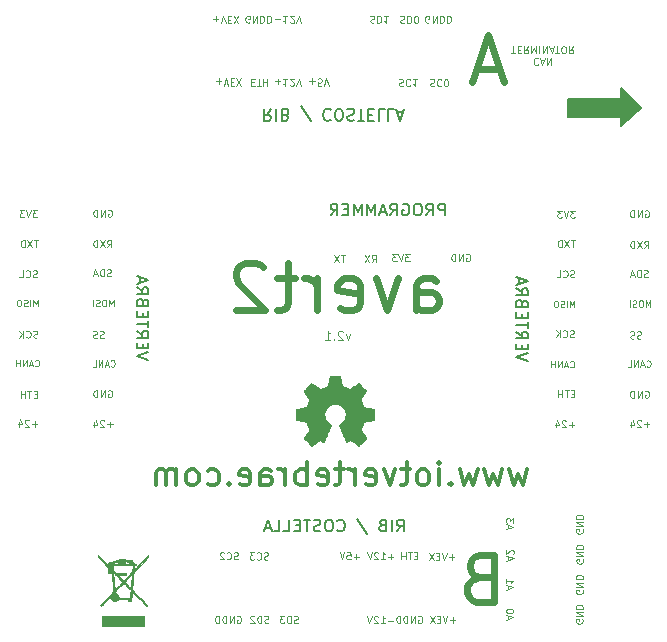
<source format=gbr>
%TF.GenerationSoftware,KiCad,Pcbnew,6.0.11+dfsg-1~bpo11+1*%
%TF.CreationDate,2023-07-05T16:33:08+02:00*%
%TF.ProjectId,avert_21,61766572-745f-4323-912e-6b696361645f,rev?*%
%TF.SameCoordinates,Original*%
%TF.FileFunction,Legend,Bot*%
%TF.FilePolarity,Positive*%
%FSLAX46Y46*%
G04 Gerber Fmt 4.6, Leading zero omitted, Abs format (unit mm)*
G04 Created by KiCad (PCBNEW 6.0.11+dfsg-1~bpo11+1) date 2023-07-05 16:33:08*
%MOMM*%
%LPD*%
G01*
G04 APERTURE LIST*
%ADD10C,0.150000*%
%ADD11C,0.100000*%
%ADD12C,0.600000*%
%ADD13C,0.300000*%
%ADD14C,0.120000*%
%ADD15C,0.010000*%
G04 APERTURE END LIST*
D10*
G36*
X169750000Y-75500000D02*
G01*
X168000000Y-77000000D01*
X168000000Y-76250000D01*
X163500000Y-76250000D01*
X163500000Y-74750000D01*
X168000000Y-74750000D01*
X168000000Y-73750000D01*
X169750000Y-75500000D01*
G37*
X169750000Y-75500000D02*
X168000000Y-77000000D01*
X168000000Y-76250000D01*
X163500000Y-76250000D01*
X163500000Y-74750000D01*
X168000000Y-74750000D01*
X168000000Y-73750000D01*
X169750000Y-75500000D01*
D11*
X118561428Y-99677142D02*
X118361428Y-99677142D01*
X118275714Y-99991428D02*
X118561428Y-99991428D01*
X118561428Y-99391428D01*
X118275714Y-99391428D01*
X118104285Y-99391428D02*
X117761428Y-99391428D01*
X117932857Y-99991428D02*
X117932857Y-99391428D01*
X117561428Y-99991428D02*
X117561428Y-99391428D01*
X117561428Y-99677142D02*
X117218571Y-99677142D01*
X117218571Y-99991428D02*
X117218571Y-99391428D01*
X140657142Y-119042857D02*
X140571428Y-119071428D01*
X140428571Y-119071428D01*
X140371428Y-119042857D01*
X140342857Y-119014285D01*
X140314285Y-118957142D01*
X140314285Y-118900000D01*
X140342857Y-118842857D01*
X140371428Y-118814285D01*
X140428571Y-118785714D01*
X140542857Y-118757142D01*
X140600000Y-118728571D01*
X140628571Y-118700000D01*
X140657142Y-118642857D01*
X140657142Y-118585714D01*
X140628571Y-118528571D01*
X140600000Y-118500000D01*
X140542857Y-118471428D01*
X140400000Y-118471428D01*
X140314285Y-118500000D01*
X140057142Y-119071428D02*
X140057142Y-118471428D01*
X139914285Y-118471428D01*
X139828571Y-118500000D01*
X139771428Y-118557142D01*
X139742857Y-118614285D01*
X139714285Y-118728571D01*
X139714285Y-118814285D01*
X139742857Y-118928571D01*
X139771428Y-118985714D01*
X139828571Y-119042857D01*
X139914285Y-119071428D01*
X140057142Y-119071428D01*
X139514285Y-118471428D02*
X139142857Y-118471428D01*
X139342857Y-118700000D01*
X139257142Y-118700000D01*
X139200000Y-118728571D01*
X139171428Y-118757142D01*
X139142857Y-118814285D01*
X139142857Y-118957142D01*
X139171428Y-119014285D01*
X139200000Y-119042857D01*
X139257142Y-119071428D01*
X139428571Y-119071428D01*
X139485714Y-119042857D01*
X139514285Y-119014285D01*
X151862857Y-73057142D02*
X151948571Y-73028571D01*
X152091428Y-73028571D01*
X152148571Y-73057142D01*
X152177142Y-73085714D01*
X152205714Y-73142857D01*
X152205714Y-73200000D01*
X152177142Y-73257142D01*
X152148571Y-73285714D01*
X152091428Y-73314285D01*
X151977142Y-73342857D01*
X151920000Y-73371428D01*
X151891428Y-73400000D01*
X151862857Y-73457142D01*
X151862857Y-73514285D01*
X151891428Y-73571428D01*
X151920000Y-73600000D01*
X151977142Y-73628571D01*
X152120000Y-73628571D01*
X152205714Y-73600000D01*
X152805714Y-73085714D02*
X152777142Y-73057142D01*
X152691428Y-73028571D01*
X152634285Y-73028571D01*
X152548571Y-73057142D01*
X152491428Y-73114285D01*
X152462857Y-73171428D01*
X152434285Y-73285714D01*
X152434285Y-73371428D01*
X152462857Y-73485714D01*
X152491428Y-73542857D01*
X152548571Y-73600000D01*
X152634285Y-73628571D01*
X152691428Y-73628571D01*
X152777142Y-73600000D01*
X152805714Y-73571428D01*
X153177142Y-73628571D02*
X153234285Y-73628571D01*
X153291428Y-73600000D01*
X153320000Y-73571428D01*
X153348571Y-73514285D01*
X153377142Y-73400000D01*
X153377142Y-73257142D01*
X153348571Y-73142857D01*
X153320000Y-73085714D01*
X153291428Y-73057142D01*
X153234285Y-73028571D01*
X153177142Y-73028571D01*
X153120000Y-73057142D01*
X153091428Y-73085714D01*
X153062857Y-73142857D01*
X153034285Y-73257142D01*
X153034285Y-73400000D01*
X153062857Y-73514285D01*
X153091428Y-73571428D01*
X153120000Y-73600000D01*
X153177142Y-73628571D01*
X124587142Y-84110000D02*
X124644285Y-84081428D01*
X124730000Y-84081428D01*
X124815714Y-84110000D01*
X124872857Y-84167142D01*
X124901428Y-84224285D01*
X124930000Y-84338571D01*
X124930000Y-84424285D01*
X124901428Y-84538571D01*
X124872857Y-84595714D01*
X124815714Y-84652857D01*
X124730000Y-84681428D01*
X124672857Y-84681428D01*
X124587142Y-84652857D01*
X124558571Y-84624285D01*
X124558571Y-84424285D01*
X124672857Y-84424285D01*
X124301428Y-84681428D02*
X124301428Y-84081428D01*
X123958571Y-84681428D01*
X123958571Y-84081428D01*
X123672857Y-84681428D02*
X123672857Y-84081428D01*
X123530000Y-84081428D01*
X123444285Y-84110000D01*
X123387142Y-84167142D01*
X123358571Y-84224285D01*
X123330000Y-84338571D01*
X123330000Y-84424285D01*
X123358571Y-84538571D01*
X123387142Y-84595714D01*
X123444285Y-84652857D01*
X123530000Y-84681428D01*
X123672857Y-84681428D01*
X124510000Y-87281428D02*
X124710000Y-86995714D01*
X124852857Y-87281428D02*
X124852857Y-86681428D01*
X124624285Y-86681428D01*
X124567142Y-86710000D01*
X124538571Y-86738571D01*
X124510000Y-86795714D01*
X124510000Y-86881428D01*
X124538571Y-86938571D01*
X124567142Y-86967142D01*
X124624285Y-86995714D01*
X124852857Y-86995714D01*
X124310000Y-86681428D02*
X123910000Y-87281428D01*
X123910000Y-86681428D02*
X124310000Y-87281428D01*
X123681428Y-87281428D02*
X123681428Y-86681428D01*
X123538571Y-86681428D01*
X123452857Y-86710000D01*
X123395714Y-86767142D01*
X123367142Y-86824285D01*
X123338571Y-86938571D01*
X123338571Y-87024285D01*
X123367142Y-87138571D01*
X123395714Y-87195714D01*
X123452857Y-87252857D01*
X123538571Y-87281428D01*
X123681428Y-87281428D01*
X160994285Y-71278714D02*
X160965714Y-71250142D01*
X160880000Y-71221571D01*
X160822857Y-71221571D01*
X160737142Y-71250142D01*
X160680000Y-71307285D01*
X160651428Y-71364428D01*
X160622857Y-71478714D01*
X160622857Y-71564428D01*
X160651428Y-71678714D01*
X160680000Y-71735857D01*
X160737142Y-71793000D01*
X160822857Y-71821571D01*
X160880000Y-71821571D01*
X160965714Y-71793000D01*
X160994285Y-71764428D01*
X161222857Y-71393000D02*
X161508571Y-71393000D01*
X161165714Y-71221571D02*
X161365714Y-71821571D01*
X161565714Y-71221571D01*
X161765714Y-71221571D02*
X161765714Y-71821571D01*
X162108571Y-71221571D01*
X162108571Y-71821571D01*
X158737142Y-70855571D02*
X159080000Y-70855571D01*
X158908571Y-70255571D02*
X158908571Y-70855571D01*
X159280000Y-70569857D02*
X159480000Y-70569857D01*
X159565714Y-70255571D02*
X159280000Y-70255571D01*
X159280000Y-70855571D01*
X159565714Y-70855571D01*
X160165714Y-70255571D02*
X159965714Y-70541285D01*
X159822857Y-70255571D02*
X159822857Y-70855571D01*
X160051428Y-70855571D01*
X160108571Y-70827000D01*
X160137142Y-70798428D01*
X160165714Y-70741285D01*
X160165714Y-70655571D01*
X160137142Y-70598428D01*
X160108571Y-70569857D01*
X160051428Y-70541285D01*
X159822857Y-70541285D01*
X160422857Y-70255571D02*
X160422857Y-70855571D01*
X160622857Y-70427000D01*
X160822857Y-70855571D01*
X160822857Y-70255571D01*
X161108571Y-70255571D02*
X161108571Y-70855571D01*
X161394285Y-70255571D02*
X161394285Y-70855571D01*
X161737142Y-70255571D01*
X161737142Y-70855571D01*
X161994285Y-70427000D02*
X162280000Y-70427000D01*
X161937142Y-70255571D02*
X162137142Y-70855571D01*
X162337142Y-70255571D01*
X162451428Y-70855571D02*
X162794285Y-70855571D01*
X162622857Y-70255571D02*
X162622857Y-70855571D01*
X163108571Y-70855571D02*
X163222857Y-70855571D01*
X163280000Y-70827000D01*
X163337142Y-70769857D01*
X163365714Y-70655571D01*
X163365714Y-70455571D01*
X163337142Y-70341285D01*
X163280000Y-70284142D01*
X163222857Y-70255571D01*
X163108571Y-70255571D01*
X163051428Y-70284142D01*
X162994285Y-70341285D01*
X162965714Y-70455571D01*
X162965714Y-70655571D01*
X162994285Y-70769857D01*
X163051428Y-70827000D01*
X163108571Y-70855571D01*
X163965714Y-70255571D02*
X163765714Y-70541285D01*
X163622857Y-70255571D02*
X163622857Y-70855571D01*
X163851428Y-70855571D01*
X163908571Y-70827000D01*
X163937142Y-70798428D01*
X163965714Y-70741285D01*
X163965714Y-70655571D01*
X163937142Y-70598428D01*
X163908571Y-70569857D01*
X163851428Y-70541285D01*
X163622857Y-70541285D01*
X145831428Y-113462857D02*
X145374285Y-113462857D01*
X145602857Y-113691428D02*
X145602857Y-113234285D01*
X144802857Y-113091428D02*
X145088571Y-113091428D01*
X145117142Y-113377142D01*
X145088571Y-113348571D01*
X145031428Y-113320000D01*
X144888571Y-113320000D01*
X144831428Y-113348571D01*
X144802857Y-113377142D01*
X144774285Y-113434285D01*
X144774285Y-113577142D01*
X144802857Y-113634285D01*
X144831428Y-113662857D01*
X144888571Y-113691428D01*
X145031428Y-113691428D01*
X145088571Y-113662857D01*
X145117142Y-113634285D01*
X144602857Y-113091428D02*
X144402857Y-113691428D01*
X144202857Y-113091428D01*
X149332857Y-67697142D02*
X149418571Y-67668571D01*
X149561428Y-67668571D01*
X149618571Y-67697142D01*
X149647142Y-67725714D01*
X149675714Y-67782857D01*
X149675714Y-67840000D01*
X149647142Y-67897142D01*
X149618571Y-67925714D01*
X149561428Y-67954285D01*
X149447142Y-67982857D01*
X149390000Y-68011428D01*
X149361428Y-68040000D01*
X149332857Y-68097142D01*
X149332857Y-68154285D01*
X149361428Y-68211428D01*
X149390000Y-68240000D01*
X149447142Y-68268571D01*
X149590000Y-68268571D01*
X149675714Y-68240000D01*
X149932857Y-67668571D02*
X149932857Y-68268571D01*
X150075714Y-68268571D01*
X150161428Y-68240000D01*
X150218571Y-68182857D01*
X150247142Y-68125714D01*
X150275714Y-68011428D01*
X150275714Y-67925714D01*
X150247142Y-67811428D01*
X150218571Y-67754285D01*
X150161428Y-67697142D01*
X150075714Y-67668571D01*
X149932857Y-67668571D01*
X150647142Y-68268571D02*
X150704285Y-68268571D01*
X150761428Y-68240000D01*
X150790000Y-68211428D01*
X150818571Y-68154285D01*
X150847142Y-68040000D01*
X150847142Y-67897142D01*
X150818571Y-67782857D01*
X150790000Y-67725714D01*
X150761428Y-67697142D01*
X150704285Y-67668571D01*
X150647142Y-67668571D01*
X150590000Y-67697142D01*
X150561428Y-67725714D01*
X150532857Y-67782857D01*
X150504285Y-67897142D01*
X150504285Y-68040000D01*
X150532857Y-68154285D01*
X150561428Y-68211428D01*
X150590000Y-68240000D01*
X150647142Y-68268571D01*
X136708571Y-73292857D02*
X136908571Y-73292857D01*
X136994285Y-72978571D02*
X136708571Y-72978571D01*
X136708571Y-73578571D01*
X136994285Y-73578571D01*
X137165714Y-73578571D02*
X137508571Y-73578571D01*
X137337142Y-72978571D02*
X137337142Y-73578571D01*
X137708571Y-72978571D02*
X137708571Y-73578571D01*
X137708571Y-73292857D02*
X138051428Y-73292857D01*
X138051428Y-72978571D02*
X138051428Y-73578571D01*
X138127142Y-113672857D02*
X138041428Y-113701428D01*
X137898571Y-113701428D01*
X137841428Y-113672857D01*
X137812857Y-113644285D01*
X137784285Y-113587142D01*
X137784285Y-113530000D01*
X137812857Y-113472857D01*
X137841428Y-113444285D01*
X137898571Y-113415714D01*
X138012857Y-113387142D01*
X138070000Y-113358571D01*
X138098571Y-113330000D01*
X138127142Y-113272857D01*
X138127142Y-113215714D01*
X138098571Y-113158571D01*
X138070000Y-113130000D01*
X138012857Y-113101428D01*
X137870000Y-113101428D01*
X137784285Y-113130000D01*
X137184285Y-113644285D02*
X137212857Y-113672857D01*
X137298571Y-113701428D01*
X137355714Y-113701428D01*
X137441428Y-113672857D01*
X137498571Y-113615714D01*
X137527142Y-113558571D01*
X137555714Y-113444285D01*
X137555714Y-113358571D01*
X137527142Y-113244285D01*
X137498571Y-113187142D01*
X137441428Y-113130000D01*
X137355714Y-113101428D01*
X137298571Y-113101428D01*
X137212857Y-113130000D01*
X137184285Y-113158571D01*
X136984285Y-113101428D02*
X136612857Y-113101428D01*
X136812857Y-113330000D01*
X136727142Y-113330000D01*
X136670000Y-113358571D01*
X136641428Y-113387142D01*
X136612857Y-113444285D01*
X136612857Y-113587142D01*
X136641428Y-113644285D01*
X136670000Y-113672857D01*
X136727142Y-113701428D01*
X136898571Y-113701428D01*
X136955714Y-113672857D01*
X136984285Y-113644285D01*
X146782857Y-67687142D02*
X146868571Y-67658571D01*
X147011428Y-67658571D01*
X147068571Y-67687142D01*
X147097142Y-67715714D01*
X147125714Y-67772857D01*
X147125714Y-67830000D01*
X147097142Y-67887142D01*
X147068571Y-67915714D01*
X147011428Y-67944285D01*
X146897142Y-67972857D01*
X146840000Y-68001428D01*
X146811428Y-68030000D01*
X146782857Y-68087142D01*
X146782857Y-68144285D01*
X146811428Y-68201428D01*
X146840000Y-68230000D01*
X146897142Y-68258571D01*
X147040000Y-68258571D01*
X147125714Y-68230000D01*
X147382857Y-67658571D02*
X147382857Y-68258571D01*
X147525714Y-68258571D01*
X147611428Y-68230000D01*
X147668571Y-68172857D01*
X147697142Y-68115714D01*
X147725714Y-68001428D01*
X147725714Y-67915714D01*
X147697142Y-67801428D01*
X147668571Y-67744285D01*
X147611428Y-67687142D01*
X147525714Y-67658571D01*
X147382857Y-67658571D01*
X148297142Y-67658571D02*
X147954285Y-67658571D01*
X148125714Y-67658571D02*
X148125714Y-68258571D01*
X148068571Y-68172857D01*
X148011428Y-68115714D01*
X147954285Y-68087142D01*
X150112857Y-87841428D02*
X149741428Y-87841428D01*
X149941428Y-88070000D01*
X149855714Y-88070000D01*
X149798571Y-88098571D01*
X149770000Y-88127142D01*
X149741428Y-88184285D01*
X149741428Y-88327142D01*
X149770000Y-88384285D01*
X149798571Y-88412857D01*
X149855714Y-88441428D01*
X150027142Y-88441428D01*
X150084285Y-88412857D01*
X150112857Y-88384285D01*
X149570000Y-87841428D02*
X149370000Y-88441428D01*
X149170000Y-87841428D01*
X149027142Y-87841428D02*
X148655714Y-87841428D01*
X148855714Y-88070000D01*
X148770000Y-88070000D01*
X148712857Y-88098571D01*
X148684285Y-88127142D01*
X148655714Y-88184285D01*
X148655714Y-88327142D01*
X148684285Y-88384285D01*
X148712857Y-88412857D01*
X148770000Y-88441428D01*
X148941428Y-88441428D01*
X148998571Y-88412857D01*
X149027142Y-88384285D01*
X164760000Y-116277142D02*
X164788571Y-116334285D01*
X164788571Y-116420000D01*
X164760000Y-116505714D01*
X164702857Y-116562857D01*
X164645714Y-116591428D01*
X164531428Y-116620000D01*
X164445714Y-116620000D01*
X164331428Y-116591428D01*
X164274285Y-116562857D01*
X164217142Y-116505714D01*
X164188571Y-116420000D01*
X164188571Y-116362857D01*
X164217142Y-116277142D01*
X164245714Y-116248571D01*
X164445714Y-116248571D01*
X164445714Y-116362857D01*
X164188571Y-115991428D02*
X164788571Y-115991428D01*
X164188571Y-115648571D01*
X164788571Y-115648571D01*
X164188571Y-115362857D02*
X164788571Y-115362857D01*
X164788571Y-115220000D01*
X164760000Y-115134285D01*
X164702857Y-115077142D01*
X164645714Y-115048571D01*
X164531428Y-115020000D01*
X164445714Y-115020000D01*
X164331428Y-115048571D01*
X164274285Y-115077142D01*
X164217142Y-115134285D01*
X164188571Y-115220000D01*
X164188571Y-115362857D01*
D12*
X155964285Y-115214285D02*
X155392857Y-115404761D01*
X155202380Y-115595238D01*
X155011904Y-115976190D01*
X155011904Y-116547619D01*
X155202380Y-116928571D01*
X155392857Y-117119047D01*
X155773809Y-117309523D01*
X157297619Y-117309523D01*
X157297619Y-113309523D01*
X155964285Y-113309523D01*
X155583333Y-113500000D01*
X155392857Y-113690476D01*
X155202380Y-114071428D01*
X155202380Y-114452380D01*
X155392857Y-114833333D01*
X155583333Y-115023809D01*
X155964285Y-115214285D01*
X157297619Y-115214285D01*
D11*
X138712857Y-73207142D02*
X139170000Y-73207142D01*
X138941428Y-72978571D02*
X138941428Y-73435714D01*
X139770000Y-72978571D02*
X139427142Y-72978571D01*
X139598571Y-72978571D02*
X139598571Y-73578571D01*
X139541428Y-73492857D01*
X139484285Y-73435714D01*
X139427142Y-73407142D01*
X139998571Y-73521428D02*
X140027142Y-73550000D01*
X140084285Y-73578571D01*
X140227142Y-73578571D01*
X140284285Y-73550000D01*
X140312857Y-73521428D01*
X140341428Y-73464285D01*
X140341428Y-73407142D01*
X140312857Y-73321428D01*
X139970000Y-72978571D01*
X140341428Y-72978571D01*
X140512857Y-73578571D02*
X140712857Y-72978571D01*
X140912857Y-73578571D01*
X118574285Y-89772857D02*
X118488571Y-89801428D01*
X118345714Y-89801428D01*
X118288571Y-89772857D01*
X118260000Y-89744285D01*
X118231428Y-89687142D01*
X118231428Y-89630000D01*
X118260000Y-89572857D01*
X118288571Y-89544285D01*
X118345714Y-89515714D01*
X118460000Y-89487142D01*
X118517142Y-89458571D01*
X118545714Y-89430000D01*
X118574285Y-89372857D01*
X118574285Y-89315714D01*
X118545714Y-89258571D01*
X118517142Y-89230000D01*
X118460000Y-89201428D01*
X118317142Y-89201428D01*
X118231428Y-89230000D01*
X117631428Y-89744285D02*
X117660000Y-89772857D01*
X117745714Y-89801428D01*
X117802857Y-89801428D01*
X117888571Y-89772857D01*
X117945714Y-89715714D01*
X117974285Y-89658571D01*
X118002857Y-89544285D01*
X118002857Y-89458571D01*
X117974285Y-89344285D01*
X117945714Y-89287142D01*
X117888571Y-89230000D01*
X117802857Y-89201428D01*
X117745714Y-89201428D01*
X117660000Y-89230000D01*
X117631428Y-89258571D01*
X117088571Y-89801428D02*
X117374285Y-89801428D01*
X117374285Y-89201428D01*
X164750000Y-118777142D02*
X164778571Y-118834285D01*
X164778571Y-118920000D01*
X164750000Y-119005714D01*
X164692857Y-119062857D01*
X164635714Y-119091428D01*
X164521428Y-119120000D01*
X164435714Y-119120000D01*
X164321428Y-119091428D01*
X164264285Y-119062857D01*
X164207142Y-119005714D01*
X164178571Y-118920000D01*
X164178571Y-118862857D01*
X164207142Y-118777142D01*
X164235714Y-118748571D01*
X164435714Y-118748571D01*
X164435714Y-118862857D01*
X164178571Y-118491428D02*
X164778571Y-118491428D01*
X164178571Y-118148571D01*
X164778571Y-118148571D01*
X164178571Y-117862857D02*
X164778571Y-117862857D01*
X164778571Y-117720000D01*
X164750000Y-117634285D01*
X164692857Y-117577142D01*
X164635714Y-117548571D01*
X164521428Y-117520000D01*
X164435714Y-117520000D01*
X164321428Y-117548571D01*
X164264285Y-117577142D01*
X164207142Y-117634285D01*
X164178571Y-117720000D01*
X164178571Y-117862857D01*
X138722857Y-67907142D02*
X139180000Y-67907142D01*
X139780000Y-67678571D02*
X139437142Y-67678571D01*
X139608571Y-67678571D02*
X139608571Y-68278571D01*
X139551428Y-68192857D01*
X139494285Y-68135714D01*
X139437142Y-68107142D01*
X140008571Y-68221428D02*
X140037142Y-68250000D01*
X140094285Y-68278571D01*
X140237142Y-68278571D01*
X140294285Y-68250000D01*
X140322857Y-68221428D01*
X140351428Y-68164285D01*
X140351428Y-68107142D01*
X140322857Y-68021428D01*
X139980000Y-67678571D01*
X140351428Y-67678571D01*
X140522857Y-68278571D02*
X140722857Y-67678571D01*
X140922857Y-68278571D01*
X150847142Y-118490000D02*
X150904285Y-118461428D01*
X150990000Y-118461428D01*
X151075714Y-118490000D01*
X151132857Y-118547142D01*
X151161428Y-118604285D01*
X151190000Y-118718571D01*
X151190000Y-118804285D01*
X151161428Y-118918571D01*
X151132857Y-118975714D01*
X151075714Y-119032857D01*
X150990000Y-119061428D01*
X150932857Y-119061428D01*
X150847142Y-119032857D01*
X150818571Y-119004285D01*
X150818571Y-118804285D01*
X150932857Y-118804285D01*
X150561428Y-119061428D02*
X150561428Y-118461428D01*
X150218571Y-119061428D01*
X150218571Y-118461428D01*
X149932857Y-119061428D02*
X149932857Y-118461428D01*
X149790000Y-118461428D01*
X149704285Y-118490000D01*
X149647142Y-118547142D01*
X149618571Y-118604285D01*
X149590000Y-118718571D01*
X149590000Y-118804285D01*
X149618571Y-118918571D01*
X149647142Y-118975714D01*
X149704285Y-119032857D01*
X149790000Y-119061428D01*
X149932857Y-119061428D01*
X149332857Y-119061428D02*
X149332857Y-118461428D01*
X149190000Y-118461428D01*
X149104285Y-118490000D01*
X149047142Y-118547142D01*
X149018571Y-118604285D01*
X148990000Y-118718571D01*
X148990000Y-118804285D01*
X149018571Y-118918571D01*
X149047142Y-118975714D01*
X149104285Y-119032857D01*
X149190000Y-119061428D01*
X149332857Y-119061428D01*
X164074285Y-92338809D02*
X164074285Y-91788809D01*
X163890952Y-92181666D01*
X163707619Y-91788809D01*
X163707619Y-92338809D01*
X163445714Y-92338809D02*
X163445714Y-91788809D01*
X163210000Y-92312619D02*
X163131428Y-92338809D01*
X163000476Y-92338809D01*
X162948095Y-92312619D01*
X162921904Y-92286428D01*
X162895714Y-92234047D01*
X162895714Y-92181666D01*
X162921904Y-92129285D01*
X162948095Y-92103095D01*
X163000476Y-92076904D01*
X163105238Y-92050714D01*
X163157619Y-92024523D01*
X163183809Y-91998333D01*
X163210000Y-91945952D01*
X163210000Y-91893571D01*
X163183809Y-91841190D01*
X163157619Y-91815000D01*
X163105238Y-91788809D01*
X162974285Y-91788809D01*
X162895714Y-91815000D01*
X162555238Y-91788809D02*
X162450476Y-91788809D01*
X162398095Y-91815000D01*
X162345714Y-91867380D01*
X162319523Y-91972142D01*
X162319523Y-92155476D01*
X162345714Y-92260238D01*
X162398095Y-92312619D01*
X162450476Y-92338809D01*
X162555238Y-92338809D01*
X162607619Y-92312619D01*
X162660000Y-92260238D01*
X162686190Y-92155476D01*
X162686190Y-91972142D01*
X162660000Y-91867380D01*
X162607619Y-91815000D01*
X162555238Y-91788809D01*
D10*
X138374285Y-75547619D02*
X138040952Y-76023809D01*
X137802857Y-75547619D02*
X137802857Y-76547619D01*
X138183809Y-76547619D01*
X138279047Y-76500000D01*
X138326666Y-76452380D01*
X138374285Y-76357142D01*
X138374285Y-76214285D01*
X138326666Y-76119047D01*
X138279047Y-76071428D01*
X138183809Y-76023809D01*
X137802857Y-76023809D01*
X138802857Y-75547619D02*
X138802857Y-76547619D01*
X139612380Y-76071428D02*
X139755238Y-76023809D01*
X139802857Y-75976190D01*
X139850476Y-75880952D01*
X139850476Y-75738095D01*
X139802857Y-75642857D01*
X139755238Y-75595238D01*
X139660000Y-75547619D01*
X139279047Y-75547619D01*
X139279047Y-76547619D01*
X139612380Y-76547619D01*
X139707619Y-76500000D01*
X139755238Y-76452380D01*
X139802857Y-76357142D01*
X139802857Y-76261904D01*
X139755238Y-76166666D01*
X139707619Y-76119047D01*
X139612380Y-76071428D01*
X139279047Y-76071428D01*
X141755238Y-76595238D02*
X140898095Y-75309523D01*
X143421904Y-75642857D02*
X143374285Y-75595238D01*
X143231428Y-75547619D01*
X143136190Y-75547619D01*
X142993333Y-75595238D01*
X142898095Y-75690476D01*
X142850476Y-75785714D01*
X142802857Y-75976190D01*
X142802857Y-76119047D01*
X142850476Y-76309523D01*
X142898095Y-76404761D01*
X142993333Y-76500000D01*
X143136190Y-76547619D01*
X143231428Y-76547619D01*
X143374285Y-76500000D01*
X143421904Y-76452380D01*
X144040952Y-76547619D02*
X144231428Y-76547619D01*
X144326666Y-76500000D01*
X144421904Y-76404761D01*
X144469523Y-76214285D01*
X144469523Y-75880952D01*
X144421904Y-75690476D01*
X144326666Y-75595238D01*
X144231428Y-75547619D01*
X144040952Y-75547619D01*
X143945714Y-75595238D01*
X143850476Y-75690476D01*
X143802857Y-75880952D01*
X143802857Y-76214285D01*
X143850476Y-76404761D01*
X143945714Y-76500000D01*
X144040952Y-76547619D01*
X144850476Y-75595238D02*
X144993333Y-75547619D01*
X145231428Y-75547619D01*
X145326666Y-75595238D01*
X145374285Y-75642857D01*
X145421904Y-75738095D01*
X145421904Y-75833333D01*
X145374285Y-75928571D01*
X145326666Y-75976190D01*
X145231428Y-76023809D01*
X145040952Y-76071428D01*
X144945714Y-76119047D01*
X144898095Y-76166666D01*
X144850476Y-76261904D01*
X144850476Y-76357142D01*
X144898095Y-76452380D01*
X144945714Y-76500000D01*
X145040952Y-76547619D01*
X145279047Y-76547619D01*
X145421904Y-76500000D01*
X145707619Y-76547619D02*
X146279047Y-76547619D01*
X145993333Y-75547619D02*
X145993333Y-76547619D01*
X146612380Y-76071428D02*
X146945714Y-76071428D01*
X147088571Y-75547619D02*
X146612380Y-75547619D01*
X146612380Y-76547619D01*
X147088571Y-76547619D01*
X147993333Y-75547619D02*
X147517142Y-75547619D01*
X147517142Y-76547619D01*
X148802857Y-75547619D02*
X148326666Y-75547619D01*
X148326666Y-76547619D01*
X149088571Y-75833333D02*
X149564761Y-75833333D01*
X148993333Y-75547619D02*
X149326666Y-76547619D01*
X149660000Y-75547619D01*
D11*
X150771428Y-113367142D02*
X150571428Y-113367142D01*
X150485714Y-113681428D02*
X150771428Y-113681428D01*
X150771428Y-113081428D01*
X150485714Y-113081428D01*
X150314285Y-113081428D02*
X149971428Y-113081428D01*
X150142857Y-113681428D02*
X150142857Y-113081428D01*
X149771428Y-113681428D02*
X149771428Y-113081428D01*
X149771428Y-113367142D02*
X149428571Y-113367142D01*
X149428571Y-113681428D02*
X149428571Y-113081428D01*
X163721666Y-97386428D02*
X163747857Y-97412619D01*
X163826428Y-97438809D01*
X163878809Y-97438809D01*
X163957380Y-97412619D01*
X164009761Y-97360238D01*
X164035952Y-97307857D01*
X164062142Y-97203095D01*
X164062142Y-97124523D01*
X164035952Y-97019761D01*
X164009761Y-96967380D01*
X163957380Y-96915000D01*
X163878809Y-96888809D01*
X163826428Y-96888809D01*
X163747857Y-96915000D01*
X163721666Y-96941190D01*
X163512142Y-97281666D02*
X163250238Y-97281666D01*
X163564523Y-97438809D02*
X163381190Y-96888809D01*
X163197857Y-97438809D01*
X163014523Y-97438809D02*
X163014523Y-96888809D01*
X162700238Y-97438809D01*
X162700238Y-96888809D01*
X162438333Y-97438809D02*
X162438333Y-96888809D01*
X162438333Y-97150714D02*
X162124047Y-97150714D01*
X162124047Y-97438809D02*
X162124047Y-96888809D01*
X164810000Y-113697142D02*
X164838571Y-113754285D01*
X164838571Y-113840000D01*
X164810000Y-113925714D01*
X164752857Y-113982857D01*
X164695714Y-114011428D01*
X164581428Y-114040000D01*
X164495714Y-114040000D01*
X164381428Y-114011428D01*
X164324285Y-113982857D01*
X164267142Y-113925714D01*
X164238571Y-113840000D01*
X164238571Y-113782857D01*
X164267142Y-113697142D01*
X164295714Y-113668571D01*
X164495714Y-113668571D01*
X164495714Y-113782857D01*
X164238571Y-113411428D02*
X164838571Y-113411428D01*
X164238571Y-113068571D01*
X164838571Y-113068571D01*
X164238571Y-112782857D02*
X164838571Y-112782857D01*
X164838571Y-112640000D01*
X164810000Y-112554285D01*
X164752857Y-112497142D01*
X164695714Y-112468571D01*
X164581428Y-112440000D01*
X164495714Y-112440000D01*
X164381428Y-112468571D01*
X164324285Y-112497142D01*
X164267142Y-112554285D01*
X164238571Y-112640000D01*
X164238571Y-112782857D01*
X151772857Y-68220000D02*
X151715714Y-68248571D01*
X151630000Y-68248571D01*
X151544285Y-68220000D01*
X151487142Y-68162857D01*
X151458571Y-68105714D01*
X151430000Y-67991428D01*
X151430000Y-67905714D01*
X151458571Y-67791428D01*
X151487142Y-67734285D01*
X151544285Y-67677142D01*
X151630000Y-67648571D01*
X151687142Y-67648571D01*
X151772857Y-67677142D01*
X151801428Y-67705714D01*
X151801428Y-67905714D01*
X151687142Y-67905714D01*
X152058571Y-67648571D02*
X152058571Y-68248571D01*
X152401428Y-67648571D01*
X152401428Y-68248571D01*
X152687142Y-67648571D02*
X152687142Y-68248571D01*
X152830000Y-68248571D01*
X152915714Y-68220000D01*
X152972857Y-68162857D01*
X153001428Y-68105714D01*
X153030000Y-67991428D01*
X153030000Y-67905714D01*
X153001428Y-67791428D01*
X152972857Y-67734285D01*
X152915714Y-67677142D01*
X152830000Y-67648571D01*
X152687142Y-67648571D01*
X153287142Y-67648571D02*
X153287142Y-68248571D01*
X153430000Y-68248571D01*
X153515714Y-68220000D01*
X153572857Y-68162857D01*
X153601428Y-68105714D01*
X153630000Y-67991428D01*
X153630000Y-67905714D01*
X153601428Y-67791428D01*
X153572857Y-67734285D01*
X153515714Y-67677142D01*
X153430000Y-67648571D01*
X153287142Y-67648571D01*
X133717142Y-73197142D02*
X134174285Y-73197142D01*
X133945714Y-72968571D02*
X133945714Y-73425714D01*
X134374285Y-73568571D02*
X134574285Y-72968571D01*
X134774285Y-73568571D01*
X134974285Y-73282857D02*
X135174285Y-73282857D01*
X135260000Y-72968571D02*
X134974285Y-72968571D01*
X134974285Y-73568571D01*
X135260000Y-73568571D01*
X135460000Y-73568571D02*
X135860000Y-72968571D01*
X135860000Y-73568571D02*
X135460000Y-72968571D01*
X164107142Y-86671428D02*
X163764285Y-86671428D01*
X163935714Y-87271428D02*
X163935714Y-86671428D01*
X163621428Y-86671428D02*
X163221428Y-87271428D01*
X163221428Y-86671428D02*
X163621428Y-87271428D01*
X162992857Y-87271428D02*
X162992857Y-86671428D01*
X162850000Y-86671428D01*
X162764285Y-86700000D01*
X162707142Y-86757142D01*
X162678571Y-86814285D01*
X162650000Y-86928571D01*
X162650000Y-87014285D01*
X162678571Y-87128571D01*
X162707142Y-87185714D01*
X162764285Y-87242857D01*
X162850000Y-87271428D01*
X162992857Y-87271428D01*
D12*
X150666666Y-92559523D02*
X150666666Y-90464285D01*
X150857142Y-90083333D01*
X151238095Y-89892857D01*
X152000000Y-89892857D01*
X152380952Y-90083333D01*
X150666666Y-92369047D02*
X151047619Y-92559523D01*
X152000000Y-92559523D01*
X152380952Y-92369047D01*
X152571428Y-91988095D01*
X152571428Y-91607142D01*
X152380952Y-91226190D01*
X152000000Y-91035714D01*
X151047619Y-91035714D01*
X150666666Y-90845238D01*
X149142857Y-89892857D02*
X148190476Y-92559523D01*
X147238095Y-89892857D01*
X144190476Y-92369047D02*
X144571428Y-92559523D01*
X145333333Y-92559523D01*
X145714285Y-92369047D01*
X145904761Y-91988095D01*
X145904761Y-90464285D01*
X145714285Y-90083333D01*
X145333333Y-89892857D01*
X144571428Y-89892857D01*
X144190476Y-90083333D01*
X144000000Y-90464285D01*
X144000000Y-90845238D01*
X145904761Y-91226190D01*
X142285714Y-92559523D02*
X142285714Y-89892857D01*
X142285714Y-90654761D02*
X142095238Y-90273809D01*
X141904761Y-90083333D01*
X141523809Y-89892857D01*
X141142857Y-89892857D01*
X140380952Y-89892857D02*
X138857142Y-89892857D01*
X139809523Y-88559523D02*
X139809523Y-91988095D01*
X139619047Y-92369047D01*
X139238095Y-92559523D01*
X138857142Y-92559523D01*
X137714285Y-88940476D02*
X137523809Y-88750000D01*
X137142857Y-88559523D01*
X136190476Y-88559523D01*
X135809523Y-88750000D01*
X135619047Y-88940476D01*
X135428571Y-89321428D01*
X135428571Y-89702380D01*
X135619047Y-90273809D01*
X137904761Y-92559523D01*
X135428571Y-92559523D01*
D11*
X148717142Y-118872857D02*
X148260000Y-118872857D01*
X147660000Y-119101428D02*
X148002857Y-119101428D01*
X147831428Y-119101428D02*
X147831428Y-118501428D01*
X147888571Y-118587142D01*
X147945714Y-118644285D01*
X148002857Y-118672857D01*
X147431428Y-118558571D02*
X147402857Y-118530000D01*
X147345714Y-118501428D01*
X147202857Y-118501428D01*
X147145714Y-118530000D01*
X147117142Y-118558571D01*
X147088571Y-118615714D01*
X147088571Y-118672857D01*
X147117142Y-118758571D01*
X147460000Y-119101428D01*
X147088571Y-119101428D01*
X146917142Y-118501428D02*
X146717142Y-119101428D01*
X146517142Y-118501428D01*
X153902857Y-113482857D02*
X153445714Y-113482857D01*
X153674285Y-113711428D02*
X153674285Y-113254285D01*
X153245714Y-113111428D02*
X153045714Y-113711428D01*
X152845714Y-113111428D01*
X152645714Y-113397142D02*
X152445714Y-113397142D01*
X152360000Y-113711428D02*
X152645714Y-113711428D01*
X152645714Y-113111428D01*
X152360000Y-113111428D01*
X152160000Y-113111428D02*
X151760000Y-113711428D01*
X151760000Y-113111428D02*
X152160000Y-113711428D01*
D10*
X149045714Y-111322380D02*
X149379047Y-110846190D01*
X149617142Y-111322380D02*
X149617142Y-110322380D01*
X149236190Y-110322380D01*
X149140952Y-110370000D01*
X149093333Y-110417619D01*
X149045714Y-110512857D01*
X149045714Y-110655714D01*
X149093333Y-110750952D01*
X149140952Y-110798571D01*
X149236190Y-110846190D01*
X149617142Y-110846190D01*
X148617142Y-111322380D02*
X148617142Y-110322380D01*
X147807619Y-110798571D02*
X147664761Y-110846190D01*
X147617142Y-110893809D01*
X147569523Y-110989047D01*
X147569523Y-111131904D01*
X147617142Y-111227142D01*
X147664761Y-111274761D01*
X147760000Y-111322380D01*
X148140952Y-111322380D01*
X148140952Y-110322380D01*
X147807619Y-110322380D01*
X147712380Y-110370000D01*
X147664761Y-110417619D01*
X147617142Y-110512857D01*
X147617142Y-110608095D01*
X147664761Y-110703333D01*
X147712380Y-110750952D01*
X147807619Y-110798571D01*
X148140952Y-110798571D01*
X145664761Y-110274761D02*
X146521904Y-111560476D01*
X143998095Y-111227142D02*
X144045714Y-111274761D01*
X144188571Y-111322380D01*
X144283809Y-111322380D01*
X144426666Y-111274761D01*
X144521904Y-111179523D01*
X144569523Y-111084285D01*
X144617142Y-110893809D01*
X144617142Y-110750952D01*
X144569523Y-110560476D01*
X144521904Y-110465238D01*
X144426666Y-110370000D01*
X144283809Y-110322380D01*
X144188571Y-110322380D01*
X144045714Y-110370000D01*
X143998095Y-110417619D01*
X143379047Y-110322380D02*
X143188571Y-110322380D01*
X143093333Y-110370000D01*
X142998095Y-110465238D01*
X142950476Y-110655714D01*
X142950476Y-110989047D01*
X142998095Y-111179523D01*
X143093333Y-111274761D01*
X143188571Y-111322380D01*
X143379047Y-111322380D01*
X143474285Y-111274761D01*
X143569523Y-111179523D01*
X143617142Y-110989047D01*
X143617142Y-110655714D01*
X143569523Y-110465238D01*
X143474285Y-110370000D01*
X143379047Y-110322380D01*
X142569523Y-111274761D02*
X142426666Y-111322380D01*
X142188571Y-111322380D01*
X142093333Y-111274761D01*
X142045714Y-111227142D01*
X141998095Y-111131904D01*
X141998095Y-111036666D01*
X142045714Y-110941428D01*
X142093333Y-110893809D01*
X142188571Y-110846190D01*
X142379047Y-110798571D01*
X142474285Y-110750952D01*
X142521904Y-110703333D01*
X142569523Y-110608095D01*
X142569523Y-110512857D01*
X142521904Y-110417619D01*
X142474285Y-110370000D01*
X142379047Y-110322380D01*
X142140952Y-110322380D01*
X141998095Y-110370000D01*
X141712380Y-110322380D02*
X141140952Y-110322380D01*
X141426666Y-111322380D02*
X141426666Y-110322380D01*
X140807619Y-110798571D02*
X140474285Y-110798571D01*
X140331428Y-111322380D02*
X140807619Y-111322380D01*
X140807619Y-110322380D01*
X140331428Y-110322380D01*
X139426666Y-111322380D02*
X139902857Y-111322380D01*
X139902857Y-110322380D01*
X138617142Y-111322380D02*
X139093333Y-111322380D01*
X139093333Y-110322380D01*
X138331428Y-111036666D02*
X137855238Y-111036666D01*
X138426666Y-111322380D02*
X138093333Y-110322380D01*
X137760000Y-111322380D01*
D11*
X170047142Y-84160000D02*
X170104285Y-84131428D01*
X170190000Y-84131428D01*
X170275714Y-84160000D01*
X170332857Y-84217142D01*
X170361428Y-84274285D01*
X170390000Y-84388571D01*
X170390000Y-84474285D01*
X170361428Y-84588571D01*
X170332857Y-84645714D01*
X170275714Y-84702857D01*
X170190000Y-84731428D01*
X170132857Y-84731428D01*
X170047142Y-84702857D01*
X170018571Y-84674285D01*
X170018571Y-84474285D01*
X170132857Y-84474285D01*
X169761428Y-84731428D02*
X169761428Y-84131428D01*
X169418571Y-84731428D01*
X169418571Y-84131428D01*
X169132857Y-84731428D02*
X169132857Y-84131428D01*
X168990000Y-84131428D01*
X168904285Y-84160000D01*
X168847142Y-84217142D01*
X168818571Y-84274285D01*
X168790000Y-84388571D01*
X168790000Y-84474285D01*
X168818571Y-84588571D01*
X168847142Y-84645714D01*
X168904285Y-84702857D01*
X168990000Y-84731428D01*
X169132857Y-84731428D01*
D10*
X153099523Y-84572380D02*
X153099523Y-83572380D01*
X152718571Y-83572380D01*
X152623333Y-83620000D01*
X152575714Y-83667619D01*
X152528095Y-83762857D01*
X152528095Y-83905714D01*
X152575714Y-84000952D01*
X152623333Y-84048571D01*
X152718571Y-84096190D01*
X153099523Y-84096190D01*
X151528095Y-84572380D02*
X151861428Y-84096190D01*
X152099523Y-84572380D02*
X152099523Y-83572380D01*
X151718571Y-83572380D01*
X151623333Y-83620000D01*
X151575714Y-83667619D01*
X151528095Y-83762857D01*
X151528095Y-83905714D01*
X151575714Y-84000952D01*
X151623333Y-84048571D01*
X151718571Y-84096190D01*
X152099523Y-84096190D01*
X150909047Y-83572380D02*
X150718571Y-83572380D01*
X150623333Y-83620000D01*
X150528095Y-83715238D01*
X150480476Y-83905714D01*
X150480476Y-84239047D01*
X150528095Y-84429523D01*
X150623333Y-84524761D01*
X150718571Y-84572380D01*
X150909047Y-84572380D01*
X151004285Y-84524761D01*
X151099523Y-84429523D01*
X151147142Y-84239047D01*
X151147142Y-83905714D01*
X151099523Y-83715238D01*
X151004285Y-83620000D01*
X150909047Y-83572380D01*
X149528095Y-83620000D02*
X149623333Y-83572380D01*
X149766190Y-83572380D01*
X149909047Y-83620000D01*
X150004285Y-83715238D01*
X150051904Y-83810476D01*
X150099523Y-84000952D01*
X150099523Y-84143809D01*
X150051904Y-84334285D01*
X150004285Y-84429523D01*
X149909047Y-84524761D01*
X149766190Y-84572380D01*
X149670952Y-84572380D01*
X149528095Y-84524761D01*
X149480476Y-84477142D01*
X149480476Y-84143809D01*
X149670952Y-84143809D01*
X148480476Y-84572380D02*
X148813809Y-84096190D01*
X149051904Y-84572380D02*
X149051904Y-83572380D01*
X148670952Y-83572380D01*
X148575714Y-83620000D01*
X148528095Y-83667619D01*
X148480476Y-83762857D01*
X148480476Y-83905714D01*
X148528095Y-84000952D01*
X148575714Y-84048571D01*
X148670952Y-84096190D01*
X149051904Y-84096190D01*
X148099523Y-84286666D02*
X147623333Y-84286666D01*
X148194761Y-84572380D02*
X147861428Y-83572380D01*
X147528095Y-84572380D01*
X147194761Y-84572380D02*
X147194761Y-83572380D01*
X146861428Y-84286666D01*
X146528095Y-83572380D01*
X146528095Y-84572380D01*
X146051904Y-84572380D02*
X146051904Y-83572380D01*
X145718571Y-84286666D01*
X145385238Y-83572380D01*
X145385238Y-84572380D01*
X144909047Y-84048571D02*
X144575714Y-84048571D01*
X144432857Y-84572380D02*
X144909047Y-84572380D01*
X144909047Y-83572380D01*
X144432857Y-83572380D01*
X143432857Y-84572380D02*
X143766190Y-84096190D01*
X144004285Y-84572380D02*
X144004285Y-83572380D01*
X143623333Y-83572380D01*
X143528095Y-83620000D01*
X143480476Y-83667619D01*
X143432857Y-83762857D01*
X143432857Y-83905714D01*
X143480476Y-84000952D01*
X143528095Y-84048571D01*
X143623333Y-84096190D01*
X144004285Y-84096190D01*
D11*
X170047142Y-99430000D02*
X170104285Y-99401428D01*
X170190000Y-99401428D01*
X170275714Y-99430000D01*
X170332857Y-99487142D01*
X170361428Y-99544285D01*
X170390000Y-99658571D01*
X170390000Y-99744285D01*
X170361428Y-99858571D01*
X170332857Y-99915714D01*
X170275714Y-99972857D01*
X170190000Y-100001428D01*
X170132857Y-100001428D01*
X170047142Y-99972857D01*
X170018571Y-99944285D01*
X170018571Y-99744285D01*
X170132857Y-99744285D01*
X169761428Y-100001428D02*
X169761428Y-99401428D01*
X169418571Y-100001428D01*
X169418571Y-99401428D01*
X169132857Y-100001428D02*
X169132857Y-99401428D01*
X168990000Y-99401428D01*
X168904285Y-99430000D01*
X168847142Y-99487142D01*
X168818571Y-99544285D01*
X168790000Y-99658571D01*
X168790000Y-99744285D01*
X168818571Y-99858571D01*
X168847142Y-99915714D01*
X168904285Y-99972857D01*
X168990000Y-100001428D01*
X169132857Y-100001428D01*
X135577142Y-113662857D02*
X135491428Y-113691428D01*
X135348571Y-113691428D01*
X135291428Y-113662857D01*
X135262857Y-113634285D01*
X135234285Y-113577142D01*
X135234285Y-113520000D01*
X135262857Y-113462857D01*
X135291428Y-113434285D01*
X135348571Y-113405714D01*
X135462857Y-113377142D01*
X135520000Y-113348571D01*
X135548571Y-113320000D01*
X135577142Y-113262857D01*
X135577142Y-113205714D01*
X135548571Y-113148571D01*
X135520000Y-113120000D01*
X135462857Y-113091428D01*
X135320000Y-113091428D01*
X135234285Y-113120000D01*
X134634285Y-113634285D02*
X134662857Y-113662857D01*
X134748571Y-113691428D01*
X134805714Y-113691428D01*
X134891428Y-113662857D01*
X134948571Y-113605714D01*
X134977142Y-113548571D01*
X135005714Y-113434285D01*
X135005714Y-113348571D01*
X134977142Y-113234285D01*
X134948571Y-113177142D01*
X134891428Y-113120000D01*
X134805714Y-113091428D01*
X134748571Y-113091428D01*
X134662857Y-113120000D01*
X134634285Y-113148571D01*
X134405714Y-113148571D02*
X134377142Y-113120000D01*
X134320000Y-113091428D01*
X134177142Y-113091428D01*
X134120000Y-113120000D01*
X134091428Y-113148571D01*
X134062857Y-113205714D01*
X134062857Y-113262857D01*
X134091428Y-113348571D01*
X134434285Y-113691428D01*
X134062857Y-113691428D01*
X164041428Y-94852857D02*
X163955714Y-94881428D01*
X163812857Y-94881428D01*
X163755714Y-94852857D01*
X163727142Y-94824285D01*
X163698571Y-94767142D01*
X163698571Y-94710000D01*
X163727142Y-94652857D01*
X163755714Y-94624285D01*
X163812857Y-94595714D01*
X163927142Y-94567142D01*
X163984285Y-94538571D01*
X164012857Y-94510000D01*
X164041428Y-94452857D01*
X164041428Y-94395714D01*
X164012857Y-94338571D01*
X163984285Y-94310000D01*
X163927142Y-94281428D01*
X163784285Y-94281428D01*
X163698571Y-94310000D01*
X163098571Y-94824285D02*
X163127142Y-94852857D01*
X163212857Y-94881428D01*
X163270000Y-94881428D01*
X163355714Y-94852857D01*
X163412857Y-94795714D01*
X163441428Y-94738571D01*
X163470000Y-94624285D01*
X163470000Y-94538571D01*
X163441428Y-94424285D01*
X163412857Y-94367142D01*
X163355714Y-94310000D01*
X163270000Y-94281428D01*
X163212857Y-94281428D01*
X163127142Y-94310000D01*
X163098571Y-94338571D01*
X162841428Y-94881428D02*
X162841428Y-94281428D01*
X162498571Y-94881428D02*
X162755714Y-94538571D01*
X162498571Y-94281428D02*
X162841428Y-94624285D01*
D10*
X128007619Y-96807619D02*
X127007619Y-96474285D01*
X128007619Y-96140952D01*
X127531428Y-95807619D02*
X127531428Y-95474285D01*
X127007619Y-95331428D02*
X127007619Y-95807619D01*
X128007619Y-95807619D01*
X128007619Y-95331428D01*
X127007619Y-94331428D02*
X127483809Y-94664761D01*
X127007619Y-94902857D02*
X128007619Y-94902857D01*
X128007619Y-94521904D01*
X127960000Y-94426666D01*
X127912380Y-94379047D01*
X127817142Y-94331428D01*
X127674285Y-94331428D01*
X127579047Y-94379047D01*
X127531428Y-94426666D01*
X127483809Y-94521904D01*
X127483809Y-94902857D01*
X128007619Y-94045714D02*
X128007619Y-93474285D01*
X127007619Y-93760000D02*
X128007619Y-93760000D01*
X127531428Y-93140952D02*
X127531428Y-92807619D01*
X127007619Y-92664761D02*
X127007619Y-93140952D01*
X128007619Y-93140952D01*
X128007619Y-92664761D01*
X127531428Y-91902857D02*
X127483809Y-91760000D01*
X127436190Y-91712380D01*
X127340952Y-91664761D01*
X127198095Y-91664761D01*
X127102857Y-91712380D01*
X127055238Y-91760000D01*
X127007619Y-91855238D01*
X127007619Y-92236190D01*
X128007619Y-92236190D01*
X128007619Y-91902857D01*
X127960000Y-91807619D01*
X127912380Y-91760000D01*
X127817142Y-91712380D01*
X127721904Y-91712380D01*
X127626666Y-91760000D01*
X127579047Y-91807619D01*
X127531428Y-91902857D01*
X127531428Y-92236190D01*
X127007619Y-90664761D02*
X127483809Y-90998095D01*
X127007619Y-91236190D02*
X128007619Y-91236190D01*
X128007619Y-90855238D01*
X127960000Y-90760000D01*
X127912380Y-90712380D01*
X127817142Y-90664761D01*
X127674285Y-90664761D01*
X127579047Y-90712380D01*
X127531428Y-90760000D01*
X127483809Y-90855238D01*
X127483809Y-91236190D01*
X127293333Y-90283809D02*
X127293333Y-89807619D01*
X127007619Y-90379047D02*
X128007619Y-90045714D01*
X127007619Y-89712380D01*
D11*
X118431666Y-97296428D02*
X118457857Y-97322619D01*
X118536428Y-97348809D01*
X118588809Y-97348809D01*
X118667380Y-97322619D01*
X118719761Y-97270238D01*
X118745952Y-97217857D01*
X118772142Y-97113095D01*
X118772142Y-97034523D01*
X118745952Y-96929761D01*
X118719761Y-96877380D01*
X118667380Y-96825000D01*
X118588809Y-96798809D01*
X118536428Y-96798809D01*
X118457857Y-96825000D01*
X118431666Y-96851190D01*
X118222142Y-97191666D02*
X117960238Y-97191666D01*
X118274523Y-97348809D02*
X118091190Y-96798809D01*
X117907857Y-97348809D01*
X117724523Y-97348809D02*
X117724523Y-96798809D01*
X117410238Y-97348809D01*
X117410238Y-96798809D01*
X117148333Y-97348809D02*
X117148333Y-96798809D01*
X117148333Y-97060714D02*
X116834047Y-97060714D01*
X116834047Y-97348809D02*
X116834047Y-96798809D01*
X118634285Y-92258809D02*
X118634285Y-91708809D01*
X118450952Y-92101666D01*
X118267619Y-91708809D01*
X118267619Y-92258809D01*
X118005714Y-92258809D02*
X118005714Y-91708809D01*
X117770000Y-92232619D02*
X117691428Y-92258809D01*
X117560476Y-92258809D01*
X117508095Y-92232619D01*
X117481904Y-92206428D01*
X117455714Y-92154047D01*
X117455714Y-92101666D01*
X117481904Y-92049285D01*
X117508095Y-92023095D01*
X117560476Y-91996904D01*
X117665238Y-91970714D01*
X117717619Y-91944523D01*
X117743809Y-91918333D01*
X117770000Y-91865952D01*
X117770000Y-91813571D01*
X117743809Y-91761190D01*
X117717619Y-91735000D01*
X117665238Y-91708809D01*
X117534285Y-91708809D01*
X117455714Y-91735000D01*
X117115238Y-91708809D02*
X117010476Y-91708809D01*
X116958095Y-91735000D01*
X116905714Y-91787380D01*
X116879523Y-91892142D01*
X116879523Y-92075476D01*
X116905714Y-92180238D01*
X116958095Y-92232619D01*
X117010476Y-92258809D01*
X117115238Y-92258809D01*
X117167619Y-92232619D01*
X117220000Y-92180238D01*
X117246190Y-92075476D01*
X117246190Y-91892142D01*
X117220000Y-91787380D01*
X117167619Y-91735000D01*
X117115238Y-91708809D01*
X146910000Y-88501428D02*
X147110000Y-88215714D01*
X147252857Y-88501428D02*
X147252857Y-87901428D01*
X147024285Y-87901428D01*
X146967142Y-87930000D01*
X146938571Y-87958571D01*
X146910000Y-88015714D01*
X146910000Y-88101428D01*
X146938571Y-88158571D01*
X146967142Y-88187142D01*
X147024285Y-88215714D01*
X147252857Y-88215714D01*
X146710000Y-87901428D02*
X146310000Y-88501428D01*
X146310000Y-87901428D02*
X146710000Y-88501428D01*
X138157142Y-119032857D02*
X138071428Y-119061428D01*
X137928571Y-119061428D01*
X137871428Y-119032857D01*
X137842857Y-119004285D01*
X137814285Y-118947142D01*
X137814285Y-118890000D01*
X137842857Y-118832857D01*
X137871428Y-118804285D01*
X137928571Y-118775714D01*
X138042857Y-118747142D01*
X138100000Y-118718571D01*
X138128571Y-118690000D01*
X138157142Y-118632857D01*
X138157142Y-118575714D01*
X138128571Y-118518571D01*
X138100000Y-118490000D01*
X138042857Y-118461428D01*
X137900000Y-118461428D01*
X137814285Y-118490000D01*
X137557142Y-119061428D02*
X137557142Y-118461428D01*
X137414285Y-118461428D01*
X137328571Y-118490000D01*
X137271428Y-118547142D01*
X137242857Y-118604285D01*
X137214285Y-118718571D01*
X137214285Y-118804285D01*
X137242857Y-118918571D01*
X137271428Y-118975714D01*
X137328571Y-119032857D01*
X137414285Y-119061428D01*
X137557142Y-119061428D01*
X136985714Y-118518571D02*
X136957142Y-118490000D01*
X136900000Y-118461428D01*
X136757142Y-118461428D01*
X136700000Y-118490000D01*
X136671428Y-118518571D01*
X136642857Y-118575714D01*
X136642857Y-118632857D01*
X136671428Y-118718571D01*
X137014285Y-119061428D01*
X136642857Y-119061428D01*
X169980000Y-87341428D02*
X170180000Y-87055714D01*
X170322857Y-87341428D02*
X170322857Y-86741428D01*
X170094285Y-86741428D01*
X170037142Y-86770000D01*
X170008571Y-86798571D01*
X169980000Y-86855714D01*
X169980000Y-86941428D01*
X170008571Y-86998571D01*
X170037142Y-87027142D01*
X170094285Y-87055714D01*
X170322857Y-87055714D01*
X169780000Y-86741428D02*
X169380000Y-87341428D01*
X169380000Y-86741428D02*
X169780000Y-87341428D01*
X169151428Y-87341428D02*
X169151428Y-86741428D01*
X169008571Y-86741428D01*
X168922857Y-86770000D01*
X168865714Y-86827142D01*
X168837142Y-86884285D01*
X168808571Y-86998571D01*
X168808571Y-87084285D01*
X168837142Y-87198571D01*
X168865714Y-87255714D01*
X168922857Y-87312857D01*
X169008571Y-87341428D01*
X169151428Y-87341428D01*
X148737142Y-113462857D02*
X148280000Y-113462857D01*
X148508571Y-113691428D02*
X148508571Y-113234285D01*
X147680000Y-113691428D02*
X148022857Y-113691428D01*
X147851428Y-113691428D02*
X147851428Y-113091428D01*
X147908571Y-113177142D01*
X147965714Y-113234285D01*
X148022857Y-113262857D01*
X147451428Y-113148571D02*
X147422857Y-113120000D01*
X147365714Y-113091428D01*
X147222857Y-113091428D01*
X147165714Y-113120000D01*
X147137142Y-113148571D01*
X147108571Y-113205714D01*
X147108571Y-113262857D01*
X147137142Y-113348571D01*
X147480000Y-113691428D01*
X147108571Y-113691428D01*
X146937142Y-113091428D02*
X146737142Y-113691428D01*
X146537142Y-113091428D01*
X158490000Y-113738571D02*
X158490000Y-113452857D01*
X158318571Y-113795714D02*
X158918571Y-113595714D01*
X158318571Y-113395714D01*
X158861428Y-113224285D02*
X158890000Y-113195714D01*
X158918571Y-113138571D01*
X158918571Y-112995714D01*
X158890000Y-112938571D01*
X158861428Y-112910000D01*
X158804285Y-112881428D01*
X158747142Y-112881428D01*
X158661428Y-112910000D01*
X158318571Y-113252857D01*
X158318571Y-112881428D01*
X135507142Y-118500000D02*
X135564285Y-118471428D01*
X135650000Y-118471428D01*
X135735714Y-118500000D01*
X135792857Y-118557142D01*
X135821428Y-118614285D01*
X135850000Y-118728571D01*
X135850000Y-118814285D01*
X135821428Y-118928571D01*
X135792857Y-118985714D01*
X135735714Y-119042857D01*
X135650000Y-119071428D01*
X135592857Y-119071428D01*
X135507142Y-119042857D01*
X135478571Y-119014285D01*
X135478571Y-118814285D01*
X135592857Y-118814285D01*
X135221428Y-119071428D02*
X135221428Y-118471428D01*
X134878571Y-119071428D01*
X134878571Y-118471428D01*
X134592857Y-119071428D02*
X134592857Y-118471428D01*
X134450000Y-118471428D01*
X134364285Y-118500000D01*
X134307142Y-118557142D01*
X134278571Y-118614285D01*
X134250000Y-118728571D01*
X134250000Y-118814285D01*
X134278571Y-118928571D01*
X134307142Y-118985714D01*
X134364285Y-119042857D01*
X134450000Y-119071428D01*
X134592857Y-119071428D01*
X133992857Y-119071428D02*
X133992857Y-118471428D01*
X133850000Y-118471428D01*
X133764285Y-118500000D01*
X133707142Y-118557142D01*
X133678571Y-118614285D01*
X133650000Y-118728571D01*
X133650000Y-118814285D01*
X133678571Y-118928571D01*
X133707142Y-118985714D01*
X133764285Y-119042857D01*
X133850000Y-119071428D01*
X133992857Y-119071428D01*
D13*
X160059523Y-106071428D02*
X159678571Y-107404761D01*
X159297619Y-106452380D01*
X158916666Y-107404761D01*
X158535714Y-106071428D01*
X157964285Y-106071428D02*
X157583333Y-107404761D01*
X157202380Y-106452380D01*
X156821428Y-107404761D01*
X156440476Y-106071428D01*
X155869047Y-106071428D02*
X155488095Y-107404761D01*
X155107142Y-106452380D01*
X154726190Y-107404761D01*
X154345238Y-106071428D01*
X153583333Y-107214285D02*
X153488095Y-107309523D01*
X153583333Y-107404761D01*
X153678571Y-107309523D01*
X153583333Y-107214285D01*
X153583333Y-107404761D01*
X152630952Y-107404761D02*
X152630952Y-106071428D01*
X152630952Y-105404761D02*
X152726190Y-105500000D01*
X152630952Y-105595238D01*
X152535714Y-105500000D01*
X152630952Y-105404761D01*
X152630952Y-105595238D01*
X151392857Y-107404761D02*
X151583333Y-107309523D01*
X151678571Y-107214285D01*
X151773809Y-107023809D01*
X151773809Y-106452380D01*
X151678571Y-106261904D01*
X151583333Y-106166666D01*
X151392857Y-106071428D01*
X151107142Y-106071428D01*
X150916666Y-106166666D01*
X150821428Y-106261904D01*
X150726190Y-106452380D01*
X150726190Y-107023809D01*
X150821428Y-107214285D01*
X150916666Y-107309523D01*
X151107142Y-107404761D01*
X151392857Y-107404761D01*
X150154761Y-106071428D02*
X149392857Y-106071428D01*
X149869047Y-105404761D02*
X149869047Y-107119047D01*
X149773809Y-107309523D01*
X149583333Y-107404761D01*
X149392857Y-107404761D01*
X148916666Y-106071428D02*
X148440476Y-107404761D01*
X147964285Y-106071428D01*
X146440476Y-107309523D02*
X146630952Y-107404761D01*
X147011904Y-107404761D01*
X147202380Y-107309523D01*
X147297619Y-107119047D01*
X147297619Y-106357142D01*
X147202380Y-106166666D01*
X147011904Y-106071428D01*
X146630952Y-106071428D01*
X146440476Y-106166666D01*
X146345238Y-106357142D01*
X146345238Y-106547619D01*
X147297619Y-106738095D01*
X145488095Y-107404761D02*
X145488095Y-106071428D01*
X145488095Y-106452380D02*
X145392857Y-106261904D01*
X145297619Y-106166666D01*
X145107142Y-106071428D01*
X144916666Y-106071428D01*
X144535714Y-106071428D02*
X143773809Y-106071428D01*
X144250000Y-105404761D02*
X144250000Y-107119047D01*
X144154761Y-107309523D01*
X143964285Y-107404761D01*
X143773809Y-107404761D01*
X142345238Y-107309523D02*
X142535714Y-107404761D01*
X142916666Y-107404761D01*
X143107142Y-107309523D01*
X143202380Y-107119047D01*
X143202380Y-106357142D01*
X143107142Y-106166666D01*
X142916666Y-106071428D01*
X142535714Y-106071428D01*
X142345238Y-106166666D01*
X142250000Y-106357142D01*
X142250000Y-106547619D01*
X143202380Y-106738095D01*
X141392857Y-107404761D02*
X141392857Y-105404761D01*
X141392857Y-106166666D02*
X141202380Y-106071428D01*
X140821428Y-106071428D01*
X140630952Y-106166666D01*
X140535714Y-106261904D01*
X140440476Y-106452380D01*
X140440476Y-107023809D01*
X140535714Y-107214285D01*
X140630952Y-107309523D01*
X140821428Y-107404761D01*
X141202380Y-107404761D01*
X141392857Y-107309523D01*
X139583333Y-107404761D02*
X139583333Y-106071428D01*
X139583333Y-106452380D02*
X139488095Y-106261904D01*
X139392857Y-106166666D01*
X139202380Y-106071428D01*
X139011904Y-106071428D01*
X137488095Y-107404761D02*
X137488095Y-106357142D01*
X137583333Y-106166666D01*
X137773809Y-106071428D01*
X138154761Y-106071428D01*
X138345238Y-106166666D01*
X137488095Y-107309523D02*
X137678571Y-107404761D01*
X138154761Y-107404761D01*
X138345238Y-107309523D01*
X138440476Y-107119047D01*
X138440476Y-106928571D01*
X138345238Y-106738095D01*
X138154761Y-106642857D01*
X137678571Y-106642857D01*
X137488095Y-106547619D01*
X135773809Y-107309523D02*
X135964285Y-107404761D01*
X136345238Y-107404761D01*
X136535714Y-107309523D01*
X136630952Y-107119047D01*
X136630952Y-106357142D01*
X136535714Y-106166666D01*
X136345238Y-106071428D01*
X135964285Y-106071428D01*
X135773809Y-106166666D01*
X135678571Y-106357142D01*
X135678571Y-106547619D01*
X136630952Y-106738095D01*
X134821428Y-107214285D02*
X134726190Y-107309523D01*
X134821428Y-107404761D01*
X134916666Y-107309523D01*
X134821428Y-107214285D01*
X134821428Y-107404761D01*
X133011904Y-107309523D02*
X133202380Y-107404761D01*
X133583333Y-107404761D01*
X133773809Y-107309523D01*
X133869047Y-107214285D01*
X133964285Y-107023809D01*
X133964285Y-106452380D01*
X133869047Y-106261904D01*
X133773809Y-106166666D01*
X133583333Y-106071428D01*
X133202380Y-106071428D01*
X133011904Y-106166666D01*
X131869047Y-107404761D02*
X132059523Y-107309523D01*
X132154761Y-107214285D01*
X132250000Y-107023809D01*
X132250000Y-106452380D01*
X132154761Y-106261904D01*
X132059523Y-106166666D01*
X131869047Y-106071428D01*
X131583333Y-106071428D01*
X131392857Y-106166666D01*
X131297619Y-106261904D01*
X131202380Y-106452380D01*
X131202380Y-107023809D01*
X131297619Y-107214285D01*
X131392857Y-107309523D01*
X131583333Y-107404761D01*
X131869047Y-107404761D01*
X130345238Y-107404761D02*
X130345238Y-106071428D01*
X130345238Y-106261904D02*
X130250000Y-106166666D01*
X130059523Y-106071428D01*
X129773809Y-106071428D01*
X129583333Y-106166666D01*
X129488095Y-106357142D01*
X129488095Y-107404761D01*
X129488095Y-106357142D02*
X129392857Y-106166666D01*
X129202380Y-106071428D01*
X128916666Y-106071428D01*
X128726190Y-106166666D01*
X128630952Y-106357142D01*
X128630952Y-107404761D01*
D10*
X160127619Y-96887619D02*
X159127619Y-96554285D01*
X160127619Y-96220952D01*
X159651428Y-95887619D02*
X159651428Y-95554285D01*
X159127619Y-95411428D02*
X159127619Y-95887619D01*
X160127619Y-95887619D01*
X160127619Y-95411428D01*
X159127619Y-94411428D02*
X159603809Y-94744761D01*
X159127619Y-94982857D02*
X160127619Y-94982857D01*
X160127619Y-94601904D01*
X160080000Y-94506666D01*
X160032380Y-94459047D01*
X159937142Y-94411428D01*
X159794285Y-94411428D01*
X159699047Y-94459047D01*
X159651428Y-94506666D01*
X159603809Y-94601904D01*
X159603809Y-94982857D01*
X160127619Y-94125714D02*
X160127619Y-93554285D01*
X159127619Y-93840000D02*
X160127619Y-93840000D01*
X159651428Y-93220952D02*
X159651428Y-92887619D01*
X159127619Y-92744761D02*
X159127619Y-93220952D01*
X160127619Y-93220952D01*
X160127619Y-92744761D01*
X159651428Y-91982857D02*
X159603809Y-91840000D01*
X159556190Y-91792380D01*
X159460952Y-91744761D01*
X159318095Y-91744761D01*
X159222857Y-91792380D01*
X159175238Y-91840000D01*
X159127619Y-91935238D01*
X159127619Y-92316190D01*
X160127619Y-92316190D01*
X160127619Y-91982857D01*
X160080000Y-91887619D01*
X160032380Y-91840000D01*
X159937142Y-91792380D01*
X159841904Y-91792380D01*
X159746666Y-91840000D01*
X159699047Y-91887619D01*
X159651428Y-91982857D01*
X159651428Y-92316190D01*
X159127619Y-90744761D02*
X159603809Y-91078095D01*
X159127619Y-91316190D02*
X160127619Y-91316190D01*
X160127619Y-90935238D01*
X160080000Y-90840000D01*
X160032380Y-90792380D01*
X159937142Y-90744761D01*
X159794285Y-90744761D01*
X159699047Y-90792380D01*
X159651428Y-90840000D01*
X159603809Y-90935238D01*
X159603809Y-91316190D01*
X159413333Y-90363809D02*
X159413333Y-89887619D01*
X159127619Y-90459047D02*
X160127619Y-90125714D01*
X159127619Y-89792380D01*
D11*
X164060000Y-102282857D02*
X163602857Y-102282857D01*
X163831428Y-102511428D02*
X163831428Y-102054285D01*
X163345714Y-101968571D02*
X163317142Y-101940000D01*
X163260000Y-101911428D01*
X163117142Y-101911428D01*
X163060000Y-101940000D01*
X163031428Y-101968571D01*
X163002857Y-102025714D01*
X163002857Y-102082857D01*
X163031428Y-102168571D01*
X163374285Y-102511428D01*
X163002857Y-102511428D01*
X162488571Y-102111428D02*
X162488571Y-102511428D01*
X162631428Y-101882857D02*
X162774285Y-102311428D01*
X162402857Y-102311428D01*
X158460000Y-111058571D02*
X158460000Y-110772857D01*
X158288571Y-111115714D02*
X158888571Y-110915714D01*
X158288571Y-110715714D01*
X158888571Y-110572857D02*
X158888571Y-110201428D01*
X158660000Y-110401428D01*
X158660000Y-110315714D01*
X158631428Y-110258571D01*
X158602857Y-110230000D01*
X158545714Y-110201428D01*
X158402857Y-110201428D01*
X158345714Y-110230000D01*
X158317142Y-110258571D01*
X158288571Y-110315714D01*
X158288571Y-110487142D01*
X158317142Y-110544285D01*
X158345714Y-110572857D01*
X124970000Y-102252857D02*
X124512857Y-102252857D01*
X124741428Y-102481428D02*
X124741428Y-102024285D01*
X124255714Y-101938571D02*
X124227142Y-101910000D01*
X124170000Y-101881428D01*
X124027142Y-101881428D01*
X123970000Y-101910000D01*
X123941428Y-101938571D01*
X123912857Y-101995714D01*
X123912857Y-102052857D01*
X123941428Y-102138571D01*
X124284285Y-102481428D01*
X123912857Y-102481428D01*
X123398571Y-102081428D02*
X123398571Y-102481428D01*
X123541428Y-101852857D02*
X123684285Y-102281428D01*
X123312857Y-102281428D01*
X118637142Y-86671428D02*
X118294285Y-86671428D01*
X118465714Y-87271428D02*
X118465714Y-86671428D01*
X118151428Y-86671428D02*
X117751428Y-87271428D01*
X117751428Y-86671428D02*
X118151428Y-87271428D01*
X117522857Y-87271428D02*
X117522857Y-86671428D01*
X117380000Y-86671428D01*
X117294285Y-86700000D01*
X117237142Y-86757142D01*
X117208571Y-86814285D01*
X117180000Y-86928571D01*
X117180000Y-87014285D01*
X117208571Y-87128571D01*
X117237142Y-87185714D01*
X117294285Y-87242857D01*
X117380000Y-87271428D01*
X117522857Y-87271428D01*
X124816190Y-97306428D02*
X124842380Y-97332619D01*
X124920952Y-97358809D01*
X124973333Y-97358809D01*
X125051904Y-97332619D01*
X125104285Y-97280238D01*
X125130476Y-97227857D01*
X125156666Y-97123095D01*
X125156666Y-97044523D01*
X125130476Y-96939761D01*
X125104285Y-96887380D01*
X125051904Y-96835000D01*
X124973333Y-96808809D01*
X124920952Y-96808809D01*
X124842380Y-96835000D01*
X124816190Y-96861190D01*
X124606666Y-97201666D02*
X124344761Y-97201666D01*
X124659047Y-97358809D02*
X124475714Y-96808809D01*
X124292380Y-97358809D01*
X124109047Y-97358809D02*
X124109047Y-96808809D01*
X123794761Y-97358809D01*
X123794761Y-96808809D01*
X123270952Y-97358809D02*
X123532857Y-97358809D01*
X123532857Y-96808809D01*
X141628571Y-73197142D02*
X142085714Y-73197142D01*
X141857142Y-72968571D02*
X141857142Y-73425714D01*
X142657142Y-73568571D02*
X142371428Y-73568571D01*
X142342857Y-73282857D01*
X142371428Y-73311428D01*
X142428571Y-73340000D01*
X142571428Y-73340000D01*
X142628571Y-73311428D01*
X142657142Y-73282857D01*
X142685714Y-73225714D01*
X142685714Y-73082857D01*
X142657142Y-73025714D01*
X142628571Y-72997142D01*
X142571428Y-72968571D01*
X142428571Y-72968571D01*
X142371428Y-72997142D01*
X142342857Y-73025714D01*
X142857142Y-73568571D02*
X143057142Y-72968571D01*
X143257142Y-73568571D01*
X170420000Y-102262857D02*
X169962857Y-102262857D01*
X170191428Y-102491428D02*
X170191428Y-102034285D01*
X169705714Y-101948571D02*
X169677142Y-101920000D01*
X169620000Y-101891428D01*
X169477142Y-101891428D01*
X169420000Y-101920000D01*
X169391428Y-101948571D01*
X169362857Y-102005714D01*
X169362857Y-102062857D01*
X169391428Y-102148571D01*
X169734285Y-102491428D01*
X169362857Y-102491428D01*
X168848571Y-102091428D02*
X168848571Y-102491428D01*
X168991428Y-101862857D02*
X169134285Y-102291428D01*
X168762857Y-102291428D01*
X149222857Y-73047142D02*
X149308571Y-73018571D01*
X149451428Y-73018571D01*
X149508571Y-73047142D01*
X149537142Y-73075714D01*
X149565714Y-73132857D01*
X149565714Y-73190000D01*
X149537142Y-73247142D01*
X149508571Y-73275714D01*
X149451428Y-73304285D01*
X149337142Y-73332857D01*
X149280000Y-73361428D01*
X149251428Y-73390000D01*
X149222857Y-73447142D01*
X149222857Y-73504285D01*
X149251428Y-73561428D01*
X149280000Y-73590000D01*
X149337142Y-73618571D01*
X149480000Y-73618571D01*
X149565714Y-73590000D01*
X150165714Y-73075714D02*
X150137142Y-73047142D01*
X150051428Y-73018571D01*
X149994285Y-73018571D01*
X149908571Y-73047142D01*
X149851428Y-73104285D01*
X149822857Y-73161428D01*
X149794285Y-73275714D01*
X149794285Y-73361428D01*
X149822857Y-73475714D01*
X149851428Y-73532857D01*
X149908571Y-73590000D01*
X149994285Y-73618571D01*
X150051428Y-73618571D01*
X150137142Y-73590000D01*
X150165714Y-73561428D01*
X150737142Y-73018571D02*
X150394285Y-73018571D01*
X150565714Y-73018571D02*
X150565714Y-73618571D01*
X150508571Y-73532857D01*
X150451428Y-73475714D01*
X150394285Y-73447142D01*
X118600000Y-102222857D02*
X118142857Y-102222857D01*
X118371428Y-102451428D02*
X118371428Y-101994285D01*
X117885714Y-101908571D02*
X117857142Y-101880000D01*
X117800000Y-101851428D01*
X117657142Y-101851428D01*
X117600000Y-101880000D01*
X117571428Y-101908571D01*
X117542857Y-101965714D01*
X117542857Y-102022857D01*
X117571428Y-102108571D01*
X117914285Y-102451428D01*
X117542857Y-102451428D01*
X117028571Y-102051428D02*
X117028571Y-102451428D01*
X117171428Y-101822857D02*
X117314285Y-102251428D01*
X116942857Y-102251428D01*
X118611428Y-94882857D02*
X118525714Y-94911428D01*
X118382857Y-94911428D01*
X118325714Y-94882857D01*
X118297142Y-94854285D01*
X118268571Y-94797142D01*
X118268571Y-94740000D01*
X118297142Y-94682857D01*
X118325714Y-94654285D01*
X118382857Y-94625714D01*
X118497142Y-94597142D01*
X118554285Y-94568571D01*
X118582857Y-94540000D01*
X118611428Y-94482857D01*
X118611428Y-94425714D01*
X118582857Y-94368571D01*
X118554285Y-94340000D01*
X118497142Y-94311428D01*
X118354285Y-94311428D01*
X118268571Y-94340000D01*
X117668571Y-94854285D02*
X117697142Y-94882857D01*
X117782857Y-94911428D01*
X117840000Y-94911428D01*
X117925714Y-94882857D01*
X117982857Y-94825714D01*
X118011428Y-94768571D01*
X118040000Y-94654285D01*
X118040000Y-94568571D01*
X118011428Y-94454285D01*
X117982857Y-94397142D01*
X117925714Y-94340000D01*
X117840000Y-94311428D01*
X117782857Y-94311428D01*
X117697142Y-94340000D01*
X117668571Y-94368571D01*
X117411428Y-94911428D02*
X117411428Y-94311428D01*
X117068571Y-94911428D02*
X117325714Y-94568571D01*
X117068571Y-94311428D02*
X117411428Y-94654285D01*
X118582857Y-84141428D02*
X118211428Y-84141428D01*
X118411428Y-84370000D01*
X118325714Y-84370000D01*
X118268571Y-84398571D01*
X118240000Y-84427142D01*
X118211428Y-84484285D01*
X118211428Y-84627142D01*
X118240000Y-84684285D01*
X118268571Y-84712857D01*
X118325714Y-84741428D01*
X118497142Y-84741428D01*
X118554285Y-84712857D01*
X118582857Y-84684285D01*
X118040000Y-84141428D02*
X117840000Y-84741428D01*
X117640000Y-84141428D01*
X117497142Y-84141428D02*
X117125714Y-84141428D01*
X117325714Y-84370000D01*
X117240000Y-84370000D01*
X117182857Y-84398571D01*
X117154285Y-84427142D01*
X117125714Y-84484285D01*
X117125714Y-84627142D01*
X117154285Y-84684285D01*
X117182857Y-84712857D01*
X117240000Y-84741428D01*
X117411428Y-84741428D01*
X117468571Y-84712857D01*
X117497142Y-84684285D01*
X125054285Y-92258809D02*
X125054285Y-91708809D01*
X124870952Y-92101666D01*
X124687619Y-91708809D01*
X124687619Y-92258809D01*
X124320952Y-91708809D02*
X124216190Y-91708809D01*
X124163809Y-91735000D01*
X124111428Y-91787380D01*
X124085238Y-91892142D01*
X124085238Y-92075476D01*
X124111428Y-92180238D01*
X124163809Y-92232619D01*
X124216190Y-92258809D01*
X124320952Y-92258809D01*
X124373333Y-92232619D01*
X124425714Y-92180238D01*
X124451904Y-92075476D01*
X124451904Y-91892142D01*
X124425714Y-91787380D01*
X124373333Y-91735000D01*
X124320952Y-91708809D01*
X123875714Y-92232619D02*
X123797142Y-92258809D01*
X123666190Y-92258809D01*
X123613809Y-92232619D01*
X123587619Y-92206428D01*
X123561428Y-92154047D01*
X123561428Y-92101666D01*
X123587619Y-92049285D01*
X123613809Y-92023095D01*
X123666190Y-91996904D01*
X123770952Y-91970714D01*
X123823333Y-91944523D01*
X123849523Y-91918333D01*
X123875714Y-91865952D01*
X123875714Y-91813571D01*
X123849523Y-91761190D01*
X123823333Y-91735000D01*
X123770952Y-91708809D01*
X123640000Y-91708809D01*
X123561428Y-91735000D01*
X123325714Y-92258809D02*
X123325714Y-91708809D01*
X124597142Y-99400000D02*
X124654285Y-99371428D01*
X124740000Y-99371428D01*
X124825714Y-99400000D01*
X124882857Y-99457142D01*
X124911428Y-99514285D01*
X124940000Y-99628571D01*
X124940000Y-99714285D01*
X124911428Y-99828571D01*
X124882857Y-99885714D01*
X124825714Y-99942857D01*
X124740000Y-99971428D01*
X124682857Y-99971428D01*
X124597142Y-99942857D01*
X124568571Y-99914285D01*
X124568571Y-99714285D01*
X124682857Y-99714285D01*
X124311428Y-99971428D02*
X124311428Y-99371428D01*
X123968571Y-99971428D01*
X123968571Y-99371428D01*
X123682857Y-99971428D02*
X123682857Y-99371428D01*
X123540000Y-99371428D01*
X123454285Y-99400000D01*
X123397142Y-99457142D01*
X123368571Y-99514285D01*
X123340000Y-99628571D01*
X123340000Y-99714285D01*
X123368571Y-99828571D01*
X123397142Y-99885714D01*
X123454285Y-99942857D01*
X123540000Y-99971428D01*
X123682857Y-99971428D01*
X154907142Y-87870000D02*
X154964285Y-87841428D01*
X155050000Y-87841428D01*
X155135714Y-87870000D01*
X155192857Y-87927142D01*
X155221428Y-87984285D01*
X155250000Y-88098571D01*
X155250000Y-88184285D01*
X155221428Y-88298571D01*
X155192857Y-88355714D01*
X155135714Y-88412857D01*
X155050000Y-88441428D01*
X154992857Y-88441428D01*
X154907142Y-88412857D01*
X154878571Y-88384285D01*
X154878571Y-88184285D01*
X154992857Y-88184285D01*
X154621428Y-88441428D02*
X154621428Y-87841428D01*
X154278571Y-88441428D01*
X154278571Y-87841428D01*
X153992857Y-88441428D02*
X153992857Y-87841428D01*
X153850000Y-87841428D01*
X153764285Y-87870000D01*
X153707142Y-87927142D01*
X153678571Y-87984285D01*
X153650000Y-88098571D01*
X153650000Y-88184285D01*
X153678571Y-88298571D01*
X153707142Y-88355714D01*
X153764285Y-88412857D01*
X153850000Y-88441428D01*
X153992857Y-88441428D01*
X169717142Y-94962857D02*
X169631428Y-94991428D01*
X169488571Y-94991428D01*
X169431428Y-94962857D01*
X169402857Y-94934285D01*
X169374285Y-94877142D01*
X169374285Y-94820000D01*
X169402857Y-94762857D01*
X169431428Y-94734285D01*
X169488571Y-94705714D01*
X169602857Y-94677142D01*
X169660000Y-94648571D01*
X169688571Y-94620000D01*
X169717142Y-94562857D01*
X169717142Y-94505714D01*
X169688571Y-94448571D01*
X169660000Y-94420000D01*
X169602857Y-94391428D01*
X169460000Y-94391428D01*
X169374285Y-94420000D01*
X169145714Y-94962857D02*
X169060000Y-94991428D01*
X168917142Y-94991428D01*
X168860000Y-94962857D01*
X168831428Y-94934285D01*
X168802857Y-94877142D01*
X168802857Y-94820000D01*
X168831428Y-94762857D01*
X168860000Y-94734285D01*
X168917142Y-94705714D01*
X169031428Y-94677142D01*
X169088571Y-94648571D01*
X169117142Y-94620000D01*
X169145714Y-94562857D01*
X169145714Y-94505714D01*
X169117142Y-94448571D01*
X169088571Y-94420000D01*
X169031428Y-94391428D01*
X168888571Y-94391428D01*
X168802857Y-94420000D01*
X153982857Y-118812857D02*
X153525714Y-118812857D01*
X153754285Y-119041428D02*
X153754285Y-118584285D01*
X153325714Y-118441428D02*
X153125714Y-119041428D01*
X152925714Y-118441428D01*
X152725714Y-118727142D02*
X152525714Y-118727142D01*
X152440000Y-119041428D02*
X152725714Y-119041428D01*
X152725714Y-118441428D01*
X152440000Y-118441428D01*
X152240000Y-118441428D02*
X151840000Y-119041428D01*
X151840000Y-118441428D02*
X152240000Y-119041428D01*
X158460000Y-118748571D02*
X158460000Y-118462857D01*
X158288571Y-118805714D02*
X158888571Y-118605714D01*
X158288571Y-118405714D01*
X158888571Y-118091428D02*
X158888571Y-118034285D01*
X158860000Y-117977142D01*
X158831428Y-117948571D01*
X158774285Y-117920000D01*
X158660000Y-117891428D01*
X158517142Y-117891428D01*
X158402857Y-117920000D01*
X158345714Y-117948571D01*
X158317142Y-117977142D01*
X158288571Y-118034285D01*
X158288571Y-118091428D01*
X158317142Y-118148571D01*
X158345714Y-118177142D01*
X158402857Y-118205714D01*
X158517142Y-118234285D01*
X158660000Y-118234285D01*
X158774285Y-118205714D01*
X158831428Y-118177142D01*
X158860000Y-118148571D01*
X158888571Y-118091428D01*
X124838571Y-89702857D02*
X124752857Y-89731428D01*
X124610000Y-89731428D01*
X124552857Y-89702857D01*
X124524285Y-89674285D01*
X124495714Y-89617142D01*
X124495714Y-89560000D01*
X124524285Y-89502857D01*
X124552857Y-89474285D01*
X124610000Y-89445714D01*
X124724285Y-89417142D01*
X124781428Y-89388571D01*
X124810000Y-89360000D01*
X124838571Y-89302857D01*
X124838571Y-89245714D01*
X124810000Y-89188571D01*
X124781428Y-89160000D01*
X124724285Y-89131428D01*
X124581428Y-89131428D01*
X124495714Y-89160000D01*
X124238571Y-89731428D02*
X124238571Y-89131428D01*
X124095714Y-89131428D01*
X124010000Y-89160000D01*
X123952857Y-89217142D01*
X123924285Y-89274285D01*
X123895714Y-89388571D01*
X123895714Y-89474285D01*
X123924285Y-89588571D01*
X123952857Y-89645714D01*
X124010000Y-89702857D01*
X124095714Y-89731428D01*
X124238571Y-89731428D01*
X123667142Y-89560000D02*
X123381428Y-89560000D01*
X123724285Y-89731428D02*
X123524285Y-89131428D01*
X123324285Y-89731428D01*
X164064285Y-89772857D02*
X163978571Y-89801428D01*
X163835714Y-89801428D01*
X163778571Y-89772857D01*
X163750000Y-89744285D01*
X163721428Y-89687142D01*
X163721428Y-89630000D01*
X163750000Y-89572857D01*
X163778571Y-89544285D01*
X163835714Y-89515714D01*
X163950000Y-89487142D01*
X164007142Y-89458571D01*
X164035714Y-89430000D01*
X164064285Y-89372857D01*
X164064285Y-89315714D01*
X164035714Y-89258571D01*
X164007142Y-89230000D01*
X163950000Y-89201428D01*
X163807142Y-89201428D01*
X163721428Y-89230000D01*
X163121428Y-89744285D02*
X163150000Y-89772857D01*
X163235714Y-89801428D01*
X163292857Y-89801428D01*
X163378571Y-89772857D01*
X163435714Y-89715714D01*
X163464285Y-89658571D01*
X163492857Y-89544285D01*
X163492857Y-89458571D01*
X163464285Y-89344285D01*
X163435714Y-89287142D01*
X163378571Y-89230000D01*
X163292857Y-89201428D01*
X163235714Y-89201428D01*
X163150000Y-89230000D01*
X163121428Y-89258571D01*
X162578571Y-89801428D02*
X162864285Y-89801428D01*
X162864285Y-89201428D01*
D12*
X157702380Y-72166666D02*
X155797619Y-72166666D01*
X158083333Y-73309523D02*
X156750000Y-69309523D01*
X155416666Y-73309523D01*
D14*
X145071428Y-94589285D02*
X144892857Y-95089285D01*
X144714285Y-94589285D01*
X144464285Y-94410714D02*
X144428571Y-94375000D01*
X144357142Y-94339285D01*
X144178571Y-94339285D01*
X144107142Y-94375000D01*
X144071428Y-94410714D01*
X144035714Y-94482142D01*
X144035714Y-94553571D01*
X144071428Y-94660714D01*
X144500000Y-95089285D01*
X144035714Y-95089285D01*
X143714285Y-95017857D02*
X143678571Y-95053571D01*
X143714285Y-95089285D01*
X143750000Y-95053571D01*
X143714285Y-95017857D01*
X143714285Y-95089285D01*
X142964285Y-95089285D02*
X143392857Y-95089285D01*
X143178571Y-95089285D02*
X143178571Y-94339285D01*
X143250000Y-94446428D01*
X143321428Y-94517857D01*
X143392857Y-94553571D01*
D11*
X136542857Y-68230000D02*
X136485714Y-68258571D01*
X136400000Y-68258571D01*
X136314285Y-68230000D01*
X136257142Y-68172857D01*
X136228571Y-68115714D01*
X136200000Y-68001428D01*
X136200000Y-67915714D01*
X136228571Y-67801428D01*
X136257142Y-67744285D01*
X136314285Y-67687142D01*
X136400000Y-67658571D01*
X136457142Y-67658571D01*
X136542857Y-67687142D01*
X136571428Y-67715714D01*
X136571428Y-67915714D01*
X136457142Y-67915714D01*
X136828571Y-67658571D02*
X136828571Y-68258571D01*
X137171428Y-67658571D01*
X137171428Y-68258571D01*
X137457142Y-67658571D02*
X137457142Y-68258571D01*
X137600000Y-68258571D01*
X137685714Y-68230000D01*
X137742857Y-68172857D01*
X137771428Y-68115714D01*
X137800000Y-68001428D01*
X137800000Y-67915714D01*
X137771428Y-67801428D01*
X137742857Y-67744285D01*
X137685714Y-67687142D01*
X137600000Y-67658571D01*
X137457142Y-67658571D01*
X138057142Y-67658571D02*
X138057142Y-68258571D01*
X138200000Y-68258571D01*
X138285714Y-68230000D01*
X138342857Y-68172857D01*
X138371428Y-68115714D01*
X138400000Y-68001428D01*
X138400000Y-67915714D01*
X138371428Y-67801428D01*
X138342857Y-67744285D01*
X138285714Y-67687142D01*
X138200000Y-67658571D01*
X138057142Y-67658571D01*
X133477142Y-67917142D02*
X133934285Y-67917142D01*
X133705714Y-67688571D02*
X133705714Y-68145714D01*
X134134285Y-68288571D02*
X134334285Y-67688571D01*
X134534285Y-68288571D01*
X134734285Y-68002857D02*
X134934285Y-68002857D01*
X135020000Y-67688571D02*
X134734285Y-67688571D01*
X134734285Y-68288571D01*
X135020000Y-68288571D01*
X135220000Y-68288571D02*
X135620000Y-67688571D01*
X135620000Y-68288571D02*
X135220000Y-67688571D01*
X164092857Y-84151428D02*
X163721428Y-84151428D01*
X163921428Y-84380000D01*
X163835714Y-84380000D01*
X163778571Y-84408571D01*
X163750000Y-84437142D01*
X163721428Y-84494285D01*
X163721428Y-84637142D01*
X163750000Y-84694285D01*
X163778571Y-84722857D01*
X163835714Y-84751428D01*
X164007142Y-84751428D01*
X164064285Y-84722857D01*
X164092857Y-84694285D01*
X163550000Y-84151428D02*
X163350000Y-84751428D01*
X163150000Y-84151428D01*
X163007142Y-84151428D02*
X162635714Y-84151428D01*
X162835714Y-84380000D01*
X162750000Y-84380000D01*
X162692857Y-84408571D01*
X162664285Y-84437142D01*
X162635714Y-84494285D01*
X162635714Y-84637142D01*
X162664285Y-84694285D01*
X162692857Y-84722857D01*
X162750000Y-84751428D01*
X162921428Y-84751428D01*
X162978571Y-84722857D01*
X163007142Y-84694285D01*
X158430000Y-116198571D02*
X158430000Y-115912857D01*
X158258571Y-116255714D02*
X158858571Y-116055714D01*
X158258571Y-115855714D01*
X158258571Y-115341428D02*
X158258571Y-115684285D01*
X158258571Y-115512857D02*
X158858571Y-115512857D01*
X158772857Y-115570000D01*
X158715714Y-115627142D01*
X158687142Y-115684285D01*
X144627142Y-87891428D02*
X144284285Y-87891428D01*
X144455714Y-88491428D02*
X144455714Y-87891428D01*
X144141428Y-87891428D02*
X143741428Y-88491428D01*
X143741428Y-87891428D02*
X144141428Y-88491428D01*
X170278571Y-89762857D02*
X170192857Y-89791428D01*
X170050000Y-89791428D01*
X169992857Y-89762857D01*
X169964285Y-89734285D01*
X169935714Y-89677142D01*
X169935714Y-89620000D01*
X169964285Y-89562857D01*
X169992857Y-89534285D01*
X170050000Y-89505714D01*
X170164285Y-89477142D01*
X170221428Y-89448571D01*
X170250000Y-89420000D01*
X170278571Y-89362857D01*
X170278571Y-89305714D01*
X170250000Y-89248571D01*
X170221428Y-89220000D01*
X170164285Y-89191428D01*
X170021428Y-89191428D01*
X169935714Y-89220000D01*
X169678571Y-89791428D02*
X169678571Y-89191428D01*
X169535714Y-89191428D01*
X169450000Y-89220000D01*
X169392857Y-89277142D01*
X169364285Y-89334285D01*
X169335714Y-89448571D01*
X169335714Y-89534285D01*
X169364285Y-89648571D01*
X169392857Y-89705714D01*
X169450000Y-89762857D01*
X169535714Y-89791428D01*
X169678571Y-89791428D01*
X169107142Y-89620000D02*
X168821428Y-89620000D01*
X169164285Y-89791428D02*
X168964285Y-89191428D01*
X168764285Y-89791428D01*
X170176190Y-97346428D02*
X170202380Y-97372619D01*
X170280952Y-97398809D01*
X170333333Y-97398809D01*
X170411904Y-97372619D01*
X170464285Y-97320238D01*
X170490476Y-97267857D01*
X170516666Y-97163095D01*
X170516666Y-97084523D01*
X170490476Y-96979761D01*
X170464285Y-96927380D01*
X170411904Y-96875000D01*
X170333333Y-96848809D01*
X170280952Y-96848809D01*
X170202380Y-96875000D01*
X170176190Y-96901190D01*
X169966666Y-97241666D02*
X169704761Y-97241666D01*
X170019047Y-97398809D02*
X169835714Y-96848809D01*
X169652380Y-97398809D01*
X169469047Y-97398809D02*
X169469047Y-96848809D01*
X169154761Y-97398809D01*
X169154761Y-96848809D01*
X168630952Y-97398809D02*
X168892857Y-97398809D01*
X168892857Y-96848809D01*
X170494285Y-92318809D02*
X170494285Y-91768809D01*
X170310952Y-92161666D01*
X170127619Y-91768809D01*
X170127619Y-92318809D01*
X169760952Y-91768809D02*
X169656190Y-91768809D01*
X169603809Y-91795000D01*
X169551428Y-91847380D01*
X169525238Y-91952142D01*
X169525238Y-92135476D01*
X169551428Y-92240238D01*
X169603809Y-92292619D01*
X169656190Y-92318809D01*
X169760952Y-92318809D01*
X169813333Y-92292619D01*
X169865714Y-92240238D01*
X169891904Y-92135476D01*
X169891904Y-91952142D01*
X169865714Y-91847380D01*
X169813333Y-91795000D01*
X169760952Y-91768809D01*
X169315714Y-92292619D02*
X169237142Y-92318809D01*
X169106190Y-92318809D01*
X169053809Y-92292619D01*
X169027619Y-92266428D01*
X169001428Y-92214047D01*
X169001428Y-92161666D01*
X169027619Y-92109285D01*
X169053809Y-92083095D01*
X169106190Y-92056904D01*
X169210952Y-92030714D01*
X169263333Y-92004523D01*
X169289523Y-91978333D01*
X169315714Y-91925952D01*
X169315714Y-91873571D01*
X169289523Y-91821190D01*
X169263333Y-91795000D01*
X169210952Y-91768809D01*
X169080000Y-91768809D01*
X169001428Y-91795000D01*
X168765714Y-92318809D02*
X168765714Y-91768809D01*
X164061428Y-99667142D02*
X163861428Y-99667142D01*
X163775714Y-99981428D02*
X164061428Y-99981428D01*
X164061428Y-99381428D01*
X163775714Y-99381428D01*
X163604285Y-99381428D02*
X163261428Y-99381428D01*
X163432857Y-99981428D02*
X163432857Y-99381428D01*
X163061428Y-99981428D02*
X163061428Y-99381428D01*
X163061428Y-99667142D02*
X162718571Y-99667142D01*
X162718571Y-99981428D02*
X162718571Y-99381428D01*
X124217142Y-94922857D02*
X124131428Y-94951428D01*
X123988571Y-94951428D01*
X123931428Y-94922857D01*
X123902857Y-94894285D01*
X123874285Y-94837142D01*
X123874285Y-94780000D01*
X123902857Y-94722857D01*
X123931428Y-94694285D01*
X123988571Y-94665714D01*
X124102857Y-94637142D01*
X124160000Y-94608571D01*
X124188571Y-94580000D01*
X124217142Y-94522857D01*
X124217142Y-94465714D01*
X124188571Y-94408571D01*
X124160000Y-94380000D01*
X124102857Y-94351428D01*
X123960000Y-94351428D01*
X123874285Y-94380000D01*
X123645714Y-94922857D02*
X123560000Y-94951428D01*
X123417142Y-94951428D01*
X123360000Y-94922857D01*
X123331428Y-94894285D01*
X123302857Y-94837142D01*
X123302857Y-94780000D01*
X123331428Y-94722857D01*
X123360000Y-94694285D01*
X123417142Y-94665714D01*
X123531428Y-94637142D01*
X123588571Y-94608571D01*
X123617142Y-94580000D01*
X123645714Y-94522857D01*
X123645714Y-94465714D01*
X123617142Y-94408571D01*
X123588571Y-94380000D01*
X123531428Y-94351428D01*
X123388571Y-94351428D01*
X123302857Y-94380000D01*
X164760000Y-111157142D02*
X164788571Y-111214285D01*
X164788571Y-111300000D01*
X164760000Y-111385714D01*
X164702857Y-111442857D01*
X164645714Y-111471428D01*
X164531428Y-111500000D01*
X164445714Y-111500000D01*
X164331428Y-111471428D01*
X164274285Y-111442857D01*
X164217142Y-111385714D01*
X164188571Y-111300000D01*
X164188571Y-111242857D01*
X164217142Y-111157142D01*
X164245714Y-111128571D01*
X164445714Y-111128571D01*
X164445714Y-111242857D01*
X164188571Y-110871428D02*
X164788571Y-110871428D01*
X164188571Y-110528571D01*
X164788571Y-110528571D01*
X164188571Y-110242857D02*
X164788571Y-110242857D01*
X164788571Y-110100000D01*
X164760000Y-110014285D01*
X164702857Y-109957142D01*
X164645714Y-109928571D01*
X164531428Y-109900000D01*
X164445714Y-109900000D01*
X164331428Y-109928571D01*
X164274285Y-109957142D01*
X164217142Y-110014285D01*
X164188571Y-110100000D01*
X164188571Y-110242857D01*
%TO.C,REF\u002A\u002A*%
G36*
X127612971Y-119337822D02*
G01*
X124092178Y-119337822D01*
X124092178Y-118470198D01*
X127612971Y-118470198D01*
X127612971Y-119337822D01*
G37*
D15*
X127612971Y-119337822D02*
X124092178Y-119337822D01*
X124092178Y-118470198D01*
X127612971Y-118470198D01*
X127612971Y-119337822D01*
G36*
X126851662Y-114080696D02*
G01*
X126891314Y-114081782D01*
X126959109Y-114081782D01*
X126959109Y-114194951D01*
X126799577Y-114194951D01*
X126784682Y-114372732D01*
X126782682Y-114397037D01*
X126778023Y-114457880D01*
X126774731Y-114507389D01*
X126773092Y-114540992D01*
X126773390Y-114554116D01*
X126777724Y-114550343D01*
X126797496Y-114530676D01*
X126831679Y-114495818D01*
X126878541Y-114447576D01*
X126936354Y-114387757D01*
X127003387Y-114318167D01*
X127077912Y-114240615D01*
X127158197Y-114156907D01*
X127242513Y-114068849D01*
X127329130Y-113978250D01*
X127416319Y-113886915D01*
X127502349Y-113796653D01*
X127585492Y-113709269D01*
X127664016Y-113626572D01*
X127736192Y-113550368D01*
X127800291Y-113482463D01*
X127854583Y-113424666D01*
X127951592Y-113321040D01*
X127952034Y-113409315D01*
X127952475Y-113497589D01*
X127351938Y-114129158D01*
X126751401Y-114760726D01*
X126739396Y-114904674D01*
X126691365Y-115480635D01*
X126682876Y-115582791D01*
X126672343Y-115710612D01*
X126662621Y-115829767D01*
X126653898Y-115937914D01*
X126646358Y-116032713D01*
X126640187Y-116111819D01*
X126635573Y-116172892D01*
X126632700Y-116213590D01*
X126631754Y-116231570D01*
X126634251Y-116239808D01*
X126645471Y-116257599D01*
X126666751Y-116284411D01*
X126677021Y-116296129D01*
X126699225Y-116321466D01*
X126744023Y-116369986D01*
X126802281Y-116431192D01*
X126875129Y-116506307D01*
X126963703Y-116596550D01*
X127069134Y-116703145D01*
X127138492Y-116773093D01*
X127235179Y-116870658D01*
X127331526Y-116967941D01*
X127424638Y-117062014D01*
X127511618Y-117149950D01*
X127589569Y-117228820D01*
X127655596Y-117295699D01*
X127706802Y-117347658D01*
X127907514Y-117551620D01*
X127871058Y-117589671D01*
X127862460Y-117598245D01*
X127837095Y-117619297D01*
X127819695Y-117627723D01*
X127806071Y-117620530D01*
X127780743Y-117598944D01*
X127750379Y-117567995D01*
X127731896Y-117548448D01*
X127697427Y-117512752D01*
X127648712Y-117462684D01*
X127587469Y-117400001D01*
X127515420Y-117326457D01*
X127434285Y-117243810D01*
X127345784Y-117153815D01*
X127251637Y-117058228D01*
X127153565Y-116958805D01*
X126611161Y-116409343D01*
X126589066Y-116694746D01*
X126584250Y-116755662D01*
X126577216Y-116837548D01*
X126570872Y-116899569D01*
X126564748Y-116944987D01*
X126558373Y-116977062D01*
X126551277Y-116999052D01*
X126542991Y-117014219D01*
X126531393Y-117035416D01*
X126521850Y-117074386D01*
X126519010Y-117130531D01*
X126519010Y-117212773D01*
X126292674Y-117212773D01*
X126292674Y-117036733D01*
X125447082Y-117036733D01*
X125398203Y-117092262D01*
X125384836Y-117106722D01*
X125312388Y-117164813D01*
X125230532Y-117200576D01*
X125141900Y-117212773D01*
X125063692Y-117206306D01*
X124975233Y-117179047D01*
X124899507Y-117130328D01*
X124884748Y-117116403D01*
X124847864Y-117071328D01*
X124815503Y-117018819D01*
X124792297Y-116967061D01*
X124782879Y-116924239D01*
X124782697Y-116918023D01*
X124781342Y-116895246D01*
X124777800Y-116879513D01*
X124770390Y-116872068D01*
X124757431Y-116874156D01*
X124737243Y-116887020D01*
X124708145Y-116911905D01*
X124668456Y-116950053D01*
X124616496Y-117002710D01*
X124550584Y-117071119D01*
X124469040Y-117156524D01*
X124425604Y-117202112D01*
X124353000Y-117278441D01*
X124284309Y-117350808D01*
X124222223Y-117416366D01*
X124169434Y-117472274D01*
X124128634Y-117515686D01*
X124102515Y-117543758D01*
X124031119Y-117621436D01*
X123942863Y-117533416D01*
X124488690Y-116961287D01*
X124523105Y-116925188D01*
X124645546Y-116796272D01*
X124750651Y-116684754D01*
X124838736Y-116590288D01*
X124910116Y-116512529D01*
X124960588Y-116456174D01*
X125167247Y-116456174D01*
X125168872Y-116469434D01*
X125169156Y-116470819D01*
X125182698Y-116502228D01*
X125209748Y-116516863D01*
X125293129Y-116548063D01*
X125367418Y-116600038D01*
X125425846Y-116668791D01*
X125465890Y-116751315D01*
X125485026Y-116844606D01*
X125491364Y-116923565D01*
X126440838Y-116923565D01*
X126447458Y-116895273D01*
X126448629Y-116888329D01*
X126452268Y-116857281D01*
X126457234Y-116807081D01*
X126463157Y-116741727D01*
X126469669Y-116665219D01*
X126476401Y-116581555D01*
X126498724Y-116296129D01*
X126197826Y-115990565D01*
X126142636Y-115934704D01*
X126075109Y-115866888D01*
X126014529Y-115806643D01*
X125963021Y-115756052D01*
X125922710Y-115717200D01*
X125895722Y-115692170D01*
X125884182Y-115683046D01*
X125876444Y-115687405D01*
X125853395Y-115707241D01*
X125818709Y-115740375D01*
X125775487Y-115783820D01*
X125726832Y-115834587D01*
X125714140Y-115848051D01*
X125657229Y-115908275D01*
X125589414Y-115979864D01*
X125515800Y-116057437D01*
X125441493Y-116135611D01*
X125371599Y-116209005D01*
X125367401Y-116213409D01*
X125302420Y-116281785D01*
X125252836Y-116334732D01*
X125216688Y-116374767D01*
X125192016Y-116404411D01*
X125176858Y-116426181D01*
X125169256Y-116442595D01*
X125167247Y-116456174D01*
X124960588Y-116456174D01*
X124965105Y-116451131D01*
X125004019Y-116405748D01*
X125027173Y-116376035D01*
X125034882Y-116361644D01*
X125034883Y-116361559D01*
X125033825Y-116343624D01*
X125030737Y-116303421D01*
X125025858Y-116243687D01*
X125019432Y-116167158D01*
X125011700Y-116076569D01*
X125002905Y-115974657D01*
X124993287Y-115864159D01*
X124983091Y-115747811D01*
X124972556Y-115628348D01*
X124961926Y-115508507D01*
X124951442Y-115391025D01*
X124941346Y-115278637D01*
X124931881Y-115174081D01*
X124923288Y-115080091D01*
X124915809Y-114999405D01*
X124909687Y-114934759D01*
X124905162Y-114888888D01*
X124902478Y-114864530D01*
X124897067Y-114823732D01*
X125026253Y-114823732D01*
X125027908Y-114854653D01*
X125031549Y-114906653D01*
X125036995Y-114977487D01*
X125044063Y-115064911D01*
X125052570Y-115166681D01*
X125062335Y-115280552D01*
X125073174Y-115404279D01*
X125084907Y-115535618D01*
X125094079Y-115636908D01*
X125105566Y-115762526D01*
X125116322Y-115878762D01*
X125126131Y-115983380D01*
X125134781Y-116074140D01*
X125142057Y-116148804D01*
X125147746Y-116205134D01*
X125151634Y-116240891D01*
X125153506Y-116253837D01*
X125159188Y-116249826D01*
X125180020Y-116230138D01*
X125213872Y-116196322D01*
X125258412Y-116150837D01*
X125311310Y-116096146D01*
X125370236Y-116034710D01*
X125432858Y-115968990D01*
X125496848Y-115901449D01*
X125559874Y-115834547D01*
X125619606Y-115770746D01*
X125673713Y-115712507D01*
X125719865Y-115662292D01*
X125755733Y-115622563D01*
X125778984Y-115595780D01*
X125785778Y-115586477D01*
X125967601Y-115586477D01*
X126243305Y-115861968D01*
X126310726Y-115929224D01*
X126374267Y-115992162D01*
X126423490Y-116040100D01*
X126460196Y-116074594D01*
X126486190Y-116097199D01*
X126503276Y-116109471D01*
X126513256Y-116112966D01*
X126517935Y-116109238D01*
X126519116Y-116099844D01*
X126519873Y-116084749D01*
X126522601Y-116045883D01*
X126527108Y-115986895D01*
X126533179Y-115910473D01*
X126540596Y-115819305D01*
X126549142Y-115716080D01*
X126558602Y-115603483D01*
X126568758Y-115484205D01*
X126577723Y-115379077D01*
X126587066Y-115268351D01*
X126595443Y-115167814D01*
X126602653Y-115079943D01*
X126608496Y-115007215D01*
X126612769Y-114952110D01*
X126615273Y-114917104D01*
X126615805Y-114904674D01*
X126615384Y-114904908D01*
X126603509Y-114916350D01*
X126577130Y-114943198D01*
X126538570Y-114983018D01*
X126490153Y-115033372D01*
X126434203Y-115091828D01*
X126373042Y-115155948D01*
X126308995Y-115223298D01*
X126244385Y-115291443D01*
X126181535Y-115357948D01*
X126122768Y-115420377D01*
X126070409Y-115476295D01*
X125969533Y-115584406D01*
X125967601Y-115586477D01*
X125785778Y-115586477D01*
X125787290Y-115584406D01*
X125779148Y-115573383D01*
X125755478Y-115546999D01*
X125718478Y-115507527D01*
X125670350Y-115457191D01*
X125613296Y-115398217D01*
X125549520Y-115332830D01*
X125481222Y-115263255D01*
X125410605Y-115191716D01*
X125339871Y-115120438D01*
X125271222Y-115051647D01*
X125206861Y-114987566D01*
X125148989Y-114930422D01*
X125099810Y-114882439D01*
X125061524Y-114845841D01*
X125036334Y-114822854D01*
X125026442Y-114815703D01*
X125026253Y-114823732D01*
X124897067Y-114823732D01*
X124895390Y-114811089D01*
X124620297Y-114811089D01*
X124620140Y-114710495D01*
X124720891Y-114710495D01*
X124802624Y-114710495D01*
X124809895Y-114710489D01*
X124850950Y-114709613D01*
X124873277Y-114705867D01*
X124882529Y-114697270D01*
X124884357Y-114681840D01*
X124876306Y-114659159D01*
X124848730Y-114621428D01*
X124802624Y-114572179D01*
X124720891Y-114491172D01*
X124720891Y-114710495D01*
X124620140Y-114710495D01*
X124619968Y-114600471D01*
X124619639Y-114389852D01*
X124167914Y-113930891D01*
X123716189Y-113471931D01*
X123715570Y-113384848D01*
X123714951Y-113297767D01*
X124256769Y-113846952D01*
X124309137Y-113899998D01*
X124417803Y-114009772D01*
X124510709Y-114103114D01*
X124589055Y-114181173D01*
X124654043Y-114245097D01*
X124706872Y-114296035D01*
X124748743Y-114335135D01*
X124780855Y-114363548D01*
X124804410Y-114382420D01*
X124820608Y-114392901D01*
X124830649Y-114396139D01*
X124847579Y-114395158D01*
X124857084Y-114387996D01*
X124858723Y-114368401D01*
X124854782Y-114330124D01*
X124852065Y-114306025D01*
X124848284Y-114265744D01*
X124846760Y-114238961D01*
X124846015Y-114229728D01*
X124838746Y-114219839D01*
X124818668Y-114216562D01*
X124779689Y-114217992D01*
X124769737Y-114218553D01*
X124729898Y-114217921D01*
X124701560Y-114209167D01*
X124681586Y-114194951D01*
X124964852Y-114194951D01*
X124969013Y-114242104D01*
X124970935Y-114263498D01*
X124976924Y-114321909D01*
X124982826Y-114360381D01*
X124989727Y-114382912D01*
X124998712Y-114393498D01*
X125010870Y-114396139D01*
X125021801Y-114397937D01*
X125029050Y-114406530D01*
X125033100Y-114426505D01*
X125034863Y-114462450D01*
X125035248Y-114518952D01*
X125035248Y-114641766D01*
X125075447Y-114681840D01*
X125173565Y-114779654D01*
X125311881Y-114917542D01*
X125311881Y-114811089D01*
X126066337Y-114811089D01*
X126066337Y-115050000D01*
X125447831Y-115050000D01*
X125657592Y-115266906D01*
X125697770Y-115308334D01*
X125753328Y-115365200D01*
X125801570Y-115414082D01*
X125839971Y-115452441D01*
X125866003Y-115477741D01*
X125877140Y-115487442D01*
X125881373Y-115484767D01*
X125901224Y-115466782D01*
X125935451Y-115433481D01*
X125982227Y-115386712D01*
X126039724Y-115328325D01*
X126106112Y-115260169D01*
X126179564Y-115184094D01*
X126258251Y-115101950D01*
X126337341Y-115018943D01*
X126414871Y-114937136D01*
X126477746Y-114870083D01*
X126527502Y-114816007D01*
X126565678Y-114773129D01*
X126593811Y-114739673D01*
X126613440Y-114713861D01*
X126626101Y-114693914D01*
X126633334Y-114678056D01*
X126636675Y-114664509D01*
X126637561Y-114657910D01*
X126641488Y-114621548D01*
X126646459Y-114568018D01*
X126651927Y-114503421D01*
X126657344Y-114433862D01*
X126659181Y-114409635D01*
X126664488Y-114344178D01*
X126669548Y-114287717D01*
X126673863Y-114245618D01*
X126676934Y-114223243D01*
X126682955Y-114194951D01*
X124964852Y-114194951D01*
X124681586Y-114194951D01*
X124673630Y-114189289D01*
X124668820Y-114185104D01*
X124629482Y-114134427D01*
X124613903Y-114081782D01*
X124954698Y-114081782D01*
X126369221Y-114081782D01*
X126581881Y-114081782D01*
X126638908Y-114081782D01*
X126655993Y-114081662D01*
X126681308Y-114079462D01*
X126688616Y-114072334D01*
X126682943Y-114057508D01*
X126681267Y-114054682D01*
X126662448Y-114032944D01*
X126635183Y-114008820D01*
X126607987Y-113989254D01*
X126589371Y-113981188D01*
X126587697Y-113982463D01*
X126583544Y-113999976D01*
X126581881Y-114031485D01*
X126581881Y-114081782D01*
X126369221Y-114081782D01*
X126365526Y-113991095D01*
X126361832Y-113900407D01*
X126286386Y-113885252D01*
X126248551Y-113878379D01*
X126185368Y-113868756D01*
X126126065Y-113861496D01*
X126041188Y-113852893D01*
X126041188Y-113956040D01*
X125462773Y-113956040D01*
X125462773Y-113865122D01*
X125390471Y-113873753D01*
X125279998Y-113892249D01*
X125168816Y-113925691D01*
X125076850Y-113972324D01*
X125002542Y-114032786D01*
X124954698Y-114081782D01*
X124613903Y-114081782D01*
X124612172Y-114075934D01*
X124617474Y-114014575D01*
X124645975Y-113955297D01*
X124648733Y-113951606D01*
X124686822Y-113919851D01*
X124736476Y-113901067D01*
X124790002Y-113896071D01*
X124839707Y-113905678D01*
X124877900Y-113930704D01*
X124890831Y-113943480D01*
X124903428Y-113946576D01*
X124921467Y-113936998D01*
X124951928Y-113913082D01*
X124961274Y-113905731D01*
X125033430Y-113859339D01*
X125118915Y-113818084D01*
X125188830Y-113792575D01*
X125563367Y-113792575D01*
X125563367Y-113855446D01*
X125940594Y-113855446D01*
X125940594Y-113792575D01*
X125563367Y-113792575D01*
X125188830Y-113792575D01*
X125209767Y-113784936D01*
X125298027Y-113762868D01*
X125375736Y-113754852D01*
X125383991Y-113754788D01*
X125429879Y-113750321D01*
X125455079Y-113737795D01*
X125462773Y-113715784D01*
X125463676Y-113708849D01*
X125468615Y-113702885D01*
X125480611Y-113698519D01*
X125502680Y-113695503D01*
X125537836Y-113693590D01*
X125589094Y-113692530D01*
X125659471Y-113692077D01*
X125751980Y-113691980D01*
X125838660Y-113692150D01*
X125912332Y-113692834D01*
X125966265Y-113694215D01*
X126003288Y-113696470D01*
X126026230Y-113699778D01*
X126037920Y-113704320D01*
X126041188Y-113710272D01*
X126051937Y-113724888D01*
X126082055Y-113734215D01*
X126093582Y-113735847D01*
X126132886Y-113741591D01*
X126185188Y-113749378D01*
X126242376Y-113758003D01*
X126273916Y-113762393D01*
X126320074Y-113767148D01*
X126352641Y-113768295D01*
X126366023Y-113765495D01*
X126368308Y-113763671D01*
X126389405Y-113759165D01*
X126427355Y-113756029D01*
X126476048Y-113754852D01*
X126581881Y-113754852D01*
X126581894Y-113792575D01*
X126581894Y-113795718D01*
X126582388Y-113808668D01*
X126588819Y-113830411D01*
X126607123Y-113848851D01*
X126642830Y-113870801D01*
X126674174Y-113890854D01*
X126721893Y-113929356D01*
X126765138Y-113972579D01*
X126798219Y-114014627D01*
X126815442Y-114049604D01*
X126819662Y-114063081D01*
X126827480Y-114072334D01*
X126830116Y-114075454D01*
X126851662Y-114080696D01*
G37*
X126851662Y-114080696D02*
X126891314Y-114081782D01*
X126959109Y-114081782D01*
X126959109Y-114194951D01*
X126799577Y-114194951D01*
X126784682Y-114372732D01*
X126782682Y-114397037D01*
X126778023Y-114457880D01*
X126774731Y-114507389D01*
X126773092Y-114540992D01*
X126773390Y-114554116D01*
X126777724Y-114550343D01*
X126797496Y-114530676D01*
X126831679Y-114495818D01*
X126878541Y-114447576D01*
X126936354Y-114387757D01*
X127003387Y-114318167D01*
X127077912Y-114240615D01*
X127158197Y-114156907D01*
X127242513Y-114068849D01*
X127329130Y-113978250D01*
X127416319Y-113886915D01*
X127502349Y-113796653D01*
X127585492Y-113709269D01*
X127664016Y-113626572D01*
X127736192Y-113550368D01*
X127800291Y-113482463D01*
X127854583Y-113424666D01*
X127951592Y-113321040D01*
X127952034Y-113409315D01*
X127952475Y-113497589D01*
X127351938Y-114129158D01*
X126751401Y-114760726D01*
X126739396Y-114904674D01*
X126691365Y-115480635D01*
X126682876Y-115582791D01*
X126672343Y-115710612D01*
X126662621Y-115829767D01*
X126653898Y-115937914D01*
X126646358Y-116032713D01*
X126640187Y-116111819D01*
X126635573Y-116172892D01*
X126632700Y-116213590D01*
X126631754Y-116231570D01*
X126634251Y-116239808D01*
X126645471Y-116257599D01*
X126666751Y-116284411D01*
X126677021Y-116296129D01*
X126699225Y-116321466D01*
X126744023Y-116369986D01*
X126802281Y-116431192D01*
X126875129Y-116506307D01*
X126963703Y-116596550D01*
X127069134Y-116703145D01*
X127138492Y-116773093D01*
X127235179Y-116870658D01*
X127331526Y-116967941D01*
X127424638Y-117062014D01*
X127511618Y-117149950D01*
X127589569Y-117228820D01*
X127655596Y-117295699D01*
X127706802Y-117347658D01*
X127907514Y-117551620D01*
X127871058Y-117589671D01*
X127862460Y-117598245D01*
X127837095Y-117619297D01*
X127819695Y-117627723D01*
X127806071Y-117620530D01*
X127780743Y-117598944D01*
X127750379Y-117567995D01*
X127731896Y-117548448D01*
X127697427Y-117512752D01*
X127648712Y-117462684D01*
X127587469Y-117400001D01*
X127515420Y-117326457D01*
X127434285Y-117243810D01*
X127345784Y-117153815D01*
X127251637Y-117058228D01*
X127153565Y-116958805D01*
X126611161Y-116409343D01*
X126589066Y-116694746D01*
X126584250Y-116755662D01*
X126577216Y-116837548D01*
X126570872Y-116899569D01*
X126564748Y-116944987D01*
X126558373Y-116977062D01*
X126551277Y-116999052D01*
X126542991Y-117014219D01*
X126531393Y-117035416D01*
X126521850Y-117074386D01*
X126519010Y-117130531D01*
X126519010Y-117212773D01*
X126292674Y-117212773D01*
X126292674Y-117036733D01*
X125447082Y-117036733D01*
X125398203Y-117092262D01*
X125384836Y-117106722D01*
X125312388Y-117164813D01*
X125230532Y-117200576D01*
X125141900Y-117212773D01*
X125063692Y-117206306D01*
X124975233Y-117179047D01*
X124899507Y-117130328D01*
X124884748Y-117116403D01*
X124847864Y-117071328D01*
X124815503Y-117018819D01*
X124792297Y-116967061D01*
X124782879Y-116924239D01*
X124782697Y-116918023D01*
X124781342Y-116895246D01*
X124777800Y-116879513D01*
X124770390Y-116872068D01*
X124757431Y-116874156D01*
X124737243Y-116887020D01*
X124708145Y-116911905D01*
X124668456Y-116950053D01*
X124616496Y-117002710D01*
X124550584Y-117071119D01*
X124469040Y-117156524D01*
X124425604Y-117202112D01*
X124353000Y-117278441D01*
X124284309Y-117350808D01*
X124222223Y-117416366D01*
X124169434Y-117472274D01*
X124128634Y-117515686D01*
X124102515Y-117543758D01*
X124031119Y-117621436D01*
X123942863Y-117533416D01*
X124488690Y-116961287D01*
X124523105Y-116925188D01*
X124645546Y-116796272D01*
X124750651Y-116684754D01*
X124838736Y-116590288D01*
X124910116Y-116512529D01*
X124960588Y-116456174D01*
X125167247Y-116456174D01*
X125168872Y-116469434D01*
X125169156Y-116470819D01*
X125182698Y-116502228D01*
X125209748Y-116516863D01*
X125293129Y-116548063D01*
X125367418Y-116600038D01*
X125425846Y-116668791D01*
X125465890Y-116751315D01*
X125485026Y-116844606D01*
X125491364Y-116923565D01*
X126440838Y-116923565D01*
X126447458Y-116895273D01*
X126448629Y-116888329D01*
X126452268Y-116857281D01*
X126457234Y-116807081D01*
X126463157Y-116741727D01*
X126469669Y-116665219D01*
X126476401Y-116581555D01*
X126498724Y-116296129D01*
X126197826Y-115990565D01*
X126142636Y-115934704D01*
X126075109Y-115866888D01*
X126014529Y-115806643D01*
X125963021Y-115756052D01*
X125922710Y-115717200D01*
X125895722Y-115692170D01*
X125884182Y-115683046D01*
X125876444Y-115687405D01*
X125853395Y-115707241D01*
X125818709Y-115740375D01*
X125775487Y-115783820D01*
X125726832Y-115834587D01*
X125714140Y-115848051D01*
X125657229Y-115908275D01*
X125589414Y-115979864D01*
X125515800Y-116057437D01*
X125441493Y-116135611D01*
X125371599Y-116209005D01*
X125367401Y-116213409D01*
X125302420Y-116281785D01*
X125252836Y-116334732D01*
X125216688Y-116374767D01*
X125192016Y-116404411D01*
X125176858Y-116426181D01*
X125169256Y-116442595D01*
X125167247Y-116456174D01*
X124960588Y-116456174D01*
X124965105Y-116451131D01*
X125004019Y-116405748D01*
X125027173Y-116376035D01*
X125034882Y-116361644D01*
X125034883Y-116361559D01*
X125033825Y-116343624D01*
X125030737Y-116303421D01*
X125025858Y-116243687D01*
X125019432Y-116167158D01*
X125011700Y-116076569D01*
X125002905Y-115974657D01*
X124993287Y-115864159D01*
X124983091Y-115747811D01*
X124972556Y-115628348D01*
X124961926Y-115508507D01*
X124951442Y-115391025D01*
X124941346Y-115278637D01*
X124931881Y-115174081D01*
X124923288Y-115080091D01*
X124915809Y-114999405D01*
X124909687Y-114934759D01*
X124905162Y-114888888D01*
X124902478Y-114864530D01*
X124897067Y-114823732D01*
X125026253Y-114823732D01*
X125027908Y-114854653D01*
X125031549Y-114906653D01*
X125036995Y-114977487D01*
X125044063Y-115064911D01*
X125052570Y-115166681D01*
X125062335Y-115280552D01*
X125073174Y-115404279D01*
X125084907Y-115535618D01*
X125094079Y-115636908D01*
X125105566Y-115762526D01*
X125116322Y-115878762D01*
X125126131Y-115983380D01*
X125134781Y-116074140D01*
X125142057Y-116148804D01*
X125147746Y-116205134D01*
X125151634Y-116240891D01*
X125153506Y-116253837D01*
X125159188Y-116249826D01*
X125180020Y-116230138D01*
X125213872Y-116196322D01*
X125258412Y-116150837D01*
X125311310Y-116096146D01*
X125370236Y-116034710D01*
X125432858Y-115968990D01*
X125496848Y-115901449D01*
X125559874Y-115834547D01*
X125619606Y-115770746D01*
X125673713Y-115712507D01*
X125719865Y-115662292D01*
X125755733Y-115622563D01*
X125778984Y-115595780D01*
X125785778Y-115586477D01*
X125967601Y-115586477D01*
X126243305Y-115861968D01*
X126310726Y-115929224D01*
X126374267Y-115992162D01*
X126423490Y-116040100D01*
X126460196Y-116074594D01*
X126486190Y-116097199D01*
X126503276Y-116109471D01*
X126513256Y-116112966D01*
X126517935Y-116109238D01*
X126519116Y-116099844D01*
X126519873Y-116084749D01*
X126522601Y-116045883D01*
X126527108Y-115986895D01*
X126533179Y-115910473D01*
X126540596Y-115819305D01*
X126549142Y-115716080D01*
X126558602Y-115603483D01*
X126568758Y-115484205D01*
X126577723Y-115379077D01*
X126587066Y-115268351D01*
X126595443Y-115167814D01*
X126602653Y-115079943D01*
X126608496Y-115007215D01*
X126612769Y-114952110D01*
X126615273Y-114917104D01*
X126615805Y-114904674D01*
X126615384Y-114904908D01*
X126603509Y-114916350D01*
X126577130Y-114943198D01*
X126538570Y-114983018D01*
X126490153Y-115033372D01*
X126434203Y-115091828D01*
X126373042Y-115155948D01*
X126308995Y-115223298D01*
X126244385Y-115291443D01*
X126181535Y-115357948D01*
X126122768Y-115420377D01*
X126070409Y-115476295D01*
X125969533Y-115584406D01*
X125967601Y-115586477D01*
X125785778Y-115586477D01*
X125787290Y-115584406D01*
X125779148Y-115573383D01*
X125755478Y-115546999D01*
X125718478Y-115507527D01*
X125670350Y-115457191D01*
X125613296Y-115398217D01*
X125549520Y-115332830D01*
X125481222Y-115263255D01*
X125410605Y-115191716D01*
X125339871Y-115120438D01*
X125271222Y-115051647D01*
X125206861Y-114987566D01*
X125148989Y-114930422D01*
X125099810Y-114882439D01*
X125061524Y-114845841D01*
X125036334Y-114822854D01*
X125026442Y-114815703D01*
X125026253Y-114823732D01*
X124897067Y-114823732D01*
X124895390Y-114811089D01*
X124620297Y-114811089D01*
X124620140Y-114710495D01*
X124720891Y-114710495D01*
X124802624Y-114710495D01*
X124809895Y-114710489D01*
X124850950Y-114709613D01*
X124873277Y-114705867D01*
X124882529Y-114697270D01*
X124884357Y-114681840D01*
X124876306Y-114659159D01*
X124848730Y-114621428D01*
X124802624Y-114572179D01*
X124720891Y-114491172D01*
X124720891Y-114710495D01*
X124620140Y-114710495D01*
X124619968Y-114600471D01*
X124619639Y-114389852D01*
X124167914Y-113930891D01*
X123716189Y-113471931D01*
X123715570Y-113384848D01*
X123714951Y-113297767D01*
X124256769Y-113846952D01*
X124309137Y-113899998D01*
X124417803Y-114009772D01*
X124510709Y-114103114D01*
X124589055Y-114181173D01*
X124654043Y-114245097D01*
X124706872Y-114296035D01*
X124748743Y-114335135D01*
X124780855Y-114363548D01*
X124804410Y-114382420D01*
X124820608Y-114392901D01*
X124830649Y-114396139D01*
X124847579Y-114395158D01*
X124857084Y-114387996D01*
X124858723Y-114368401D01*
X124854782Y-114330124D01*
X124852065Y-114306025D01*
X124848284Y-114265744D01*
X124846760Y-114238961D01*
X124846015Y-114229728D01*
X124838746Y-114219839D01*
X124818668Y-114216562D01*
X124779689Y-114217992D01*
X124769737Y-114218553D01*
X124729898Y-114217921D01*
X124701560Y-114209167D01*
X124681586Y-114194951D01*
X124964852Y-114194951D01*
X124969013Y-114242104D01*
X124970935Y-114263498D01*
X124976924Y-114321909D01*
X124982826Y-114360381D01*
X124989727Y-114382912D01*
X124998712Y-114393498D01*
X125010870Y-114396139D01*
X125021801Y-114397937D01*
X125029050Y-114406530D01*
X125033100Y-114426505D01*
X125034863Y-114462450D01*
X125035248Y-114518952D01*
X125035248Y-114641766D01*
X125075447Y-114681840D01*
X125173565Y-114779654D01*
X125311881Y-114917542D01*
X125311881Y-114811089D01*
X126066337Y-114811089D01*
X126066337Y-115050000D01*
X125447831Y-115050000D01*
X125657592Y-115266906D01*
X125697770Y-115308334D01*
X125753328Y-115365200D01*
X125801570Y-115414082D01*
X125839971Y-115452441D01*
X125866003Y-115477741D01*
X125877140Y-115487442D01*
X125881373Y-115484767D01*
X125901224Y-115466782D01*
X125935451Y-115433481D01*
X125982227Y-115386712D01*
X126039724Y-115328325D01*
X126106112Y-115260169D01*
X126179564Y-115184094D01*
X126258251Y-115101950D01*
X126337341Y-115018943D01*
X126414871Y-114937136D01*
X126477746Y-114870083D01*
X126527502Y-114816007D01*
X126565678Y-114773129D01*
X126593811Y-114739673D01*
X126613440Y-114713861D01*
X126626101Y-114693914D01*
X126633334Y-114678056D01*
X126636675Y-114664509D01*
X126637561Y-114657910D01*
X126641488Y-114621548D01*
X126646459Y-114568018D01*
X126651927Y-114503421D01*
X126657344Y-114433862D01*
X126659181Y-114409635D01*
X126664488Y-114344178D01*
X126669548Y-114287717D01*
X126673863Y-114245618D01*
X126676934Y-114223243D01*
X126682955Y-114194951D01*
X124964852Y-114194951D01*
X124681586Y-114194951D01*
X124673630Y-114189289D01*
X124668820Y-114185104D01*
X124629482Y-114134427D01*
X124613903Y-114081782D01*
X124954698Y-114081782D01*
X126369221Y-114081782D01*
X126581881Y-114081782D01*
X126638908Y-114081782D01*
X126655993Y-114081662D01*
X126681308Y-114079462D01*
X126688616Y-114072334D01*
X126682943Y-114057508D01*
X126681267Y-114054682D01*
X126662448Y-114032944D01*
X126635183Y-114008820D01*
X126607987Y-113989254D01*
X126589371Y-113981188D01*
X126587697Y-113982463D01*
X126583544Y-113999976D01*
X126581881Y-114031485D01*
X126581881Y-114081782D01*
X126369221Y-114081782D01*
X126365526Y-113991095D01*
X126361832Y-113900407D01*
X126286386Y-113885252D01*
X126248551Y-113878379D01*
X126185368Y-113868756D01*
X126126065Y-113861496D01*
X126041188Y-113852893D01*
X126041188Y-113956040D01*
X125462773Y-113956040D01*
X125462773Y-113865122D01*
X125390471Y-113873753D01*
X125279998Y-113892249D01*
X125168816Y-113925691D01*
X125076850Y-113972324D01*
X125002542Y-114032786D01*
X124954698Y-114081782D01*
X124613903Y-114081782D01*
X124612172Y-114075934D01*
X124617474Y-114014575D01*
X124645975Y-113955297D01*
X124648733Y-113951606D01*
X124686822Y-113919851D01*
X124736476Y-113901067D01*
X124790002Y-113896071D01*
X124839707Y-113905678D01*
X124877900Y-113930704D01*
X124890831Y-113943480D01*
X124903428Y-113946576D01*
X124921467Y-113936998D01*
X124951928Y-113913082D01*
X124961274Y-113905731D01*
X125033430Y-113859339D01*
X125118915Y-113818084D01*
X125188830Y-113792575D01*
X125563367Y-113792575D01*
X125563367Y-113855446D01*
X125940594Y-113855446D01*
X125940594Y-113792575D01*
X125563367Y-113792575D01*
X125188830Y-113792575D01*
X125209767Y-113784936D01*
X125298027Y-113762868D01*
X125375736Y-113754852D01*
X125383991Y-113754788D01*
X125429879Y-113750321D01*
X125455079Y-113737795D01*
X125462773Y-113715784D01*
X125463676Y-113708849D01*
X125468615Y-113702885D01*
X125480611Y-113698519D01*
X125502680Y-113695503D01*
X125537836Y-113693590D01*
X125589094Y-113692530D01*
X125659471Y-113692077D01*
X125751980Y-113691980D01*
X125838660Y-113692150D01*
X125912332Y-113692834D01*
X125966265Y-113694215D01*
X126003288Y-113696470D01*
X126026230Y-113699778D01*
X126037920Y-113704320D01*
X126041188Y-113710272D01*
X126051937Y-113724888D01*
X126082055Y-113734215D01*
X126093582Y-113735847D01*
X126132886Y-113741591D01*
X126185188Y-113749378D01*
X126242376Y-113758003D01*
X126273916Y-113762393D01*
X126320074Y-113767148D01*
X126352641Y-113768295D01*
X126366023Y-113765495D01*
X126368308Y-113763671D01*
X126389405Y-113759165D01*
X126427355Y-113756029D01*
X126476048Y-113754852D01*
X126581881Y-113754852D01*
X126581894Y-113792575D01*
X126581894Y-113795718D01*
X126582388Y-113808668D01*
X126588819Y-113830411D01*
X126607123Y-113848851D01*
X126642830Y-113870801D01*
X126674174Y-113890854D01*
X126721893Y-113929356D01*
X126765138Y-113972579D01*
X126798219Y-114014627D01*
X126815442Y-114049604D01*
X126819662Y-114063081D01*
X126827480Y-114072334D01*
X126830116Y-114075454D01*
X126851662Y-114080696D01*
G36*
X144347275Y-98578931D02*
G01*
X144431095Y-99023555D01*
X145049667Y-99278551D01*
X145420707Y-99026246D01*
X145494144Y-98976506D01*
X145591499Y-98911218D01*
X145675787Y-98855454D01*
X145742631Y-98812078D01*
X145787654Y-98783953D01*
X145806478Y-98773942D01*
X145818039Y-98781061D01*
X145852596Y-98810894D01*
X145904894Y-98859852D01*
X145970500Y-98923440D01*
X146044983Y-98997163D01*
X146123913Y-99076525D01*
X146202856Y-99157031D01*
X146277384Y-99234185D01*
X146343063Y-99303493D01*
X146395463Y-99360457D01*
X146430153Y-99400584D01*
X146442701Y-99419377D01*
X146439782Y-99427451D01*
X146419571Y-99463469D01*
X146382663Y-99522744D01*
X146332050Y-99600630D01*
X146270725Y-99692481D01*
X146201679Y-99793650D01*
X146163787Y-99848826D01*
X146098606Y-99944884D01*
X146042723Y-100028717D01*
X145999117Y-100095777D01*
X145970769Y-100141519D01*
X145960657Y-100161396D01*
X145960823Y-100162497D01*
X145969743Y-100187694D01*
X145990206Y-100239147D01*
X146019360Y-100310135D01*
X146054353Y-100393935D01*
X146092332Y-100483828D01*
X146130445Y-100573091D01*
X146165839Y-100655003D01*
X146195662Y-100722843D01*
X146217061Y-100769890D01*
X146227184Y-100789422D01*
X146233174Y-100791155D01*
X146269566Y-100798969D01*
X146334427Y-100811915D01*
X146422565Y-100828979D01*
X146528787Y-100849151D01*
X146647902Y-100871418D01*
X146710683Y-100883223D01*
X146825912Y-100905748D01*
X146926662Y-100926550D01*
X147007426Y-100944435D01*
X147062698Y-100958208D01*
X147086971Y-100966674D01*
X147091331Y-100975066D01*
X147098563Y-101016072D01*
X147104246Y-101084368D01*
X147108382Y-101173529D01*
X147110977Y-101277128D01*
X147112036Y-101388740D01*
X147111561Y-101501938D01*
X147109559Y-101610296D01*
X147106033Y-101707389D01*
X147100987Y-101786790D01*
X147094427Y-101842072D01*
X147086356Y-101866810D01*
X147081458Y-101869600D01*
X147044930Y-101881569D01*
X146981565Y-101897405D01*
X146898686Y-101915374D01*
X146803618Y-101933741D01*
X146771542Y-101939591D01*
X146623393Y-101966798D01*
X146506961Y-101988663D01*
X146418209Y-102006093D01*
X146353103Y-102019996D01*
X146307606Y-102031277D01*
X146277682Y-102040843D01*
X146259294Y-102049601D01*
X146248407Y-102058457D01*
X146247142Y-102059943D01*
X146229338Y-102090931D01*
X146202994Y-102147634D01*
X146170661Y-102223399D01*
X146134893Y-102311574D01*
X146098244Y-102405507D01*
X146063266Y-102498547D01*
X146032513Y-102584041D01*
X146008538Y-102655336D01*
X145993895Y-102705782D01*
X145991136Y-102728726D01*
X145992981Y-102731703D01*
X146012075Y-102760493D01*
X146047984Y-102813595D01*
X146097378Y-102886117D01*
X146156927Y-102973167D01*
X146223303Y-103069854D01*
X146241520Y-103096456D01*
X146305577Y-103191875D01*
X146360937Y-103277212D01*
X146404439Y-103347405D01*
X146432924Y-103397394D01*
X146443232Y-103422116D01*
X146441011Y-103428616D01*
X146417858Y-103460644D01*
X146372177Y-103512945D01*
X146307241Y-103581999D01*
X146226319Y-103664286D01*
X146132685Y-103756286D01*
X146079165Y-103807781D01*
X145994542Y-103887983D01*
X145920475Y-103956678D01*
X145860941Y-104010252D01*
X145819917Y-104045085D01*
X145801381Y-104057563D01*
X145788646Y-104052938D01*
X145749436Y-104031057D01*
X145692495Y-103995273D01*
X145625250Y-103950117D01*
X145577438Y-103917165D01*
X145481985Y-103851727D01*
X145380125Y-103782228D01*
X145287088Y-103719075D01*
X145104832Y-103595800D01*
X144951841Y-103678520D01*
X144915817Y-103697613D01*
X144850303Y-103730272D01*
X144799640Y-103752819D01*
X144772564Y-103761226D01*
X144763703Y-103750430D01*
X144741699Y-103709323D01*
X144709199Y-103641549D01*
X144668010Y-103551409D01*
X144619942Y-103443205D01*
X144566802Y-103321237D01*
X144510399Y-103189808D01*
X144452542Y-103053218D01*
X144395038Y-102915767D01*
X144339697Y-102781758D01*
X144288326Y-102655491D01*
X144242735Y-102541268D01*
X144204732Y-102443390D01*
X144176124Y-102366157D01*
X144158721Y-102313871D01*
X144154331Y-102290833D01*
X144154628Y-102290160D01*
X144175077Y-102268863D01*
X144217850Y-102235508D01*
X144274117Y-102197011D01*
X144291877Y-102185256D01*
X144427014Y-102073735D01*
X144538856Y-101940906D01*
X144624755Y-101792298D01*
X144682062Y-101633440D01*
X144708131Y-101469860D01*
X144700313Y-101307088D01*
X144668644Y-101162315D01*
X144611782Y-101016124D01*
X144528888Y-100885703D01*
X144415131Y-100761813D01*
X144370433Y-100722235D01*
X144225935Y-100624723D01*
X144069838Y-100559050D01*
X143906667Y-100524630D01*
X143740943Y-100520874D01*
X143577192Y-100547194D01*
X143419936Y-100603003D01*
X143273698Y-100687714D01*
X143143004Y-100800737D01*
X143032374Y-100941487D01*
X143011105Y-100976342D01*
X142938810Y-101135655D01*
X142900415Y-101301552D01*
X142894914Y-101469737D01*
X142921301Y-101635913D01*
X142978570Y-101795784D01*
X143065717Y-101945053D01*
X143181736Y-102079423D01*
X143325622Y-102194599D01*
X143330294Y-102197702D01*
X143385964Y-102236933D01*
X143427689Y-102270286D01*
X143446746Y-102290833D01*
X143444342Y-102306941D01*
X143429391Y-102353844D01*
X143402881Y-102426539D01*
X143366620Y-102520725D01*
X143322416Y-102632098D01*
X143272076Y-102756358D01*
X143217407Y-102889202D01*
X143160218Y-103026327D01*
X143102316Y-103163432D01*
X143045510Y-103296215D01*
X142991606Y-103420374D01*
X142942412Y-103531606D01*
X142899737Y-103625609D01*
X142865387Y-103698082D01*
X142841171Y-103744722D01*
X142828897Y-103761226D01*
X142818689Y-103758991D01*
X142778586Y-103742926D01*
X142719318Y-103714759D01*
X142649619Y-103678520D01*
X142496629Y-103595800D01*
X142314373Y-103719075D01*
X142260527Y-103755579D01*
X142160374Y-103823784D01*
X142060525Y-103892098D01*
X141976211Y-103950117D01*
X141929679Y-103981736D01*
X141869200Y-104021020D01*
X141824357Y-104047912D01*
X141802455Y-104057883D01*
X141793045Y-104053650D01*
X141759031Y-104027721D01*
X141706595Y-103982070D01*
X141640301Y-103921186D01*
X141564713Y-103849561D01*
X141484396Y-103771683D01*
X141403913Y-103692045D01*
X141327829Y-103615135D01*
X141260707Y-103545445D01*
X141207112Y-103487464D01*
X141171608Y-103445684D01*
X141158759Y-103424593D01*
X141159500Y-103420581D01*
X141174793Y-103387920D01*
X141207462Y-103331412D01*
X141254350Y-103256163D01*
X141312301Y-103167275D01*
X141378157Y-103069854D01*
X141396627Y-103042982D01*
X141461482Y-102948423D01*
X141518609Y-102864827D01*
X141564678Y-102797084D01*
X141596359Y-102750086D01*
X141610324Y-102728726D01*
X141610668Y-102727811D01*
X141606546Y-102701678D01*
X141590807Y-102648740D01*
X141566004Y-102575647D01*
X141534689Y-102489052D01*
X141499417Y-102395608D01*
X141462740Y-102301965D01*
X141427212Y-102214777D01*
X141395386Y-102140695D01*
X141369816Y-102086371D01*
X141353053Y-102058457D01*
X141351374Y-102056724D01*
X141339372Y-102047956D01*
X141319103Y-102039115D01*
X141286529Y-102029292D01*
X141237616Y-102017583D01*
X141168327Y-102003080D01*
X141074625Y-101984876D01*
X140952476Y-101962066D01*
X140797842Y-101933741D01*
X140765770Y-101927780D01*
X140673893Y-101909352D01*
X140596607Y-101891892D01*
X140541236Y-101877133D01*
X140515105Y-101866810D01*
X140510733Y-101858197D01*
X140503445Y-101816826D01*
X140497669Y-101748241D01*
X140493410Y-101658868D01*
X140490673Y-101555135D01*
X140489462Y-101443465D01*
X140489782Y-101330287D01*
X140491636Y-101222026D01*
X140495030Y-101125108D01*
X140499967Y-101045959D01*
X140506452Y-100991006D01*
X140514489Y-100966674D01*
X140522696Y-100963079D01*
X140563519Y-100951748D01*
X140632524Y-100935722D01*
X140724203Y-100916195D01*
X140833050Y-100894362D01*
X140953558Y-100871418D01*
X141019357Y-100859159D01*
X141132135Y-100837901D01*
X141229207Y-100819287D01*
X141305382Y-100804328D01*
X141355469Y-100794036D01*
X141374276Y-100789422D01*
X141374983Y-100788471D01*
X141386961Y-100764310D01*
X141409794Y-100713694D01*
X141440630Y-100643338D01*
X141476613Y-100559958D01*
X141514891Y-100470270D01*
X141552609Y-100380989D01*
X141586913Y-100298832D01*
X141614949Y-100230513D01*
X141633864Y-100182748D01*
X141640803Y-100162254D01*
X141637742Y-100155043D01*
X141617372Y-100120728D01*
X141580422Y-100062970D01*
X141529860Y-99986299D01*
X141468657Y-99895248D01*
X141399781Y-99794350D01*
X141361994Y-99739093D01*
X141296782Y-99642215D01*
X141240871Y-99557193D01*
X141197241Y-99488662D01*
X141168877Y-99441260D01*
X141158759Y-99419623D01*
X141165790Y-99407887D01*
X141195197Y-99372818D01*
X141243441Y-99319745D01*
X141306093Y-99253164D01*
X141378725Y-99177574D01*
X141456908Y-99097472D01*
X141536214Y-99017354D01*
X141612213Y-98941718D01*
X141680478Y-98875062D01*
X141736580Y-98821882D01*
X141776090Y-98786676D01*
X141794579Y-98773942D01*
X141804843Y-98778893D01*
X141842530Y-98801857D01*
X141903348Y-98840938D01*
X141982913Y-98893272D01*
X142076843Y-98955996D01*
X142180754Y-99026246D01*
X142551794Y-99278551D01*
X142861080Y-99151053D01*
X143170365Y-99023555D01*
X143254186Y-98578931D01*
X143338006Y-98134307D01*
X144263454Y-98134307D01*
X144347275Y-98578931D01*
G37*
X144347275Y-98578931D02*
X144431095Y-99023555D01*
X145049667Y-99278551D01*
X145420707Y-99026246D01*
X145494144Y-98976506D01*
X145591499Y-98911218D01*
X145675787Y-98855454D01*
X145742631Y-98812078D01*
X145787654Y-98783953D01*
X145806478Y-98773942D01*
X145818039Y-98781061D01*
X145852596Y-98810894D01*
X145904894Y-98859852D01*
X145970500Y-98923440D01*
X146044983Y-98997163D01*
X146123913Y-99076525D01*
X146202856Y-99157031D01*
X146277384Y-99234185D01*
X146343063Y-99303493D01*
X146395463Y-99360457D01*
X146430153Y-99400584D01*
X146442701Y-99419377D01*
X146439782Y-99427451D01*
X146419571Y-99463469D01*
X146382663Y-99522744D01*
X146332050Y-99600630D01*
X146270725Y-99692481D01*
X146201679Y-99793650D01*
X146163787Y-99848826D01*
X146098606Y-99944884D01*
X146042723Y-100028717D01*
X145999117Y-100095777D01*
X145970769Y-100141519D01*
X145960657Y-100161396D01*
X145960823Y-100162497D01*
X145969743Y-100187694D01*
X145990206Y-100239147D01*
X146019360Y-100310135D01*
X146054353Y-100393935D01*
X146092332Y-100483828D01*
X146130445Y-100573091D01*
X146165839Y-100655003D01*
X146195662Y-100722843D01*
X146217061Y-100769890D01*
X146227184Y-100789422D01*
X146233174Y-100791155D01*
X146269566Y-100798969D01*
X146334427Y-100811915D01*
X146422565Y-100828979D01*
X146528787Y-100849151D01*
X146647902Y-100871418D01*
X146710683Y-100883223D01*
X146825912Y-100905748D01*
X146926662Y-100926550D01*
X147007426Y-100944435D01*
X147062698Y-100958208D01*
X147086971Y-100966674D01*
X147091331Y-100975066D01*
X147098563Y-101016072D01*
X147104246Y-101084368D01*
X147108382Y-101173529D01*
X147110977Y-101277128D01*
X147112036Y-101388740D01*
X147111561Y-101501938D01*
X147109559Y-101610296D01*
X147106033Y-101707389D01*
X147100987Y-101786790D01*
X147094427Y-101842072D01*
X147086356Y-101866810D01*
X147081458Y-101869600D01*
X147044930Y-101881569D01*
X146981565Y-101897405D01*
X146898686Y-101915374D01*
X146803618Y-101933741D01*
X146771542Y-101939591D01*
X146623393Y-101966798D01*
X146506961Y-101988663D01*
X146418209Y-102006093D01*
X146353103Y-102019996D01*
X146307606Y-102031277D01*
X146277682Y-102040843D01*
X146259294Y-102049601D01*
X146248407Y-102058457D01*
X146247142Y-102059943D01*
X146229338Y-102090931D01*
X146202994Y-102147634D01*
X146170661Y-102223399D01*
X146134893Y-102311574D01*
X146098244Y-102405507D01*
X146063266Y-102498547D01*
X146032513Y-102584041D01*
X146008538Y-102655336D01*
X145993895Y-102705782D01*
X145991136Y-102728726D01*
X145992981Y-102731703D01*
X146012075Y-102760493D01*
X146047984Y-102813595D01*
X146097378Y-102886117D01*
X146156927Y-102973167D01*
X146223303Y-103069854D01*
X146241520Y-103096456D01*
X146305577Y-103191875D01*
X146360937Y-103277212D01*
X146404439Y-103347405D01*
X146432924Y-103397394D01*
X146443232Y-103422116D01*
X146441011Y-103428616D01*
X146417858Y-103460644D01*
X146372177Y-103512945D01*
X146307241Y-103581999D01*
X146226319Y-103664286D01*
X146132685Y-103756286D01*
X146079165Y-103807781D01*
X145994542Y-103887983D01*
X145920475Y-103956678D01*
X145860941Y-104010252D01*
X145819917Y-104045085D01*
X145801381Y-104057563D01*
X145788646Y-104052938D01*
X145749436Y-104031057D01*
X145692495Y-103995273D01*
X145625250Y-103950117D01*
X145577438Y-103917165D01*
X145481985Y-103851727D01*
X145380125Y-103782228D01*
X145287088Y-103719075D01*
X145104832Y-103595800D01*
X144951841Y-103678520D01*
X144915817Y-103697613D01*
X144850303Y-103730272D01*
X144799640Y-103752819D01*
X144772564Y-103761226D01*
X144763703Y-103750430D01*
X144741699Y-103709323D01*
X144709199Y-103641549D01*
X144668010Y-103551409D01*
X144619942Y-103443205D01*
X144566802Y-103321237D01*
X144510399Y-103189808D01*
X144452542Y-103053218D01*
X144395038Y-102915767D01*
X144339697Y-102781758D01*
X144288326Y-102655491D01*
X144242735Y-102541268D01*
X144204732Y-102443390D01*
X144176124Y-102366157D01*
X144158721Y-102313871D01*
X144154331Y-102290833D01*
X144154628Y-102290160D01*
X144175077Y-102268863D01*
X144217850Y-102235508D01*
X144274117Y-102197011D01*
X144291877Y-102185256D01*
X144427014Y-102073735D01*
X144538856Y-101940906D01*
X144624755Y-101792298D01*
X144682062Y-101633440D01*
X144708131Y-101469860D01*
X144700313Y-101307088D01*
X144668644Y-101162315D01*
X144611782Y-101016124D01*
X144528888Y-100885703D01*
X144415131Y-100761813D01*
X144370433Y-100722235D01*
X144225935Y-100624723D01*
X144069838Y-100559050D01*
X143906667Y-100524630D01*
X143740943Y-100520874D01*
X143577192Y-100547194D01*
X143419936Y-100603003D01*
X143273698Y-100687714D01*
X143143004Y-100800737D01*
X143032374Y-100941487D01*
X143011105Y-100976342D01*
X142938810Y-101135655D01*
X142900415Y-101301552D01*
X142894914Y-101469737D01*
X142921301Y-101635913D01*
X142978570Y-101795784D01*
X143065717Y-101945053D01*
X143181736Y-102079423D01*
X143325622Y-102194599D01*
X143330294Y-102197702D01*
X143385964Y-102236933D01*
X143427689Y-102270286D01*
X143446746Y-102290833D01*
X143444342Y-102306941D01*
X143429391Y-102353844D01*
X143402881Y-102426539D01*
X143366620Y-102520725D01*
X143322416Y-102632098D01*
X143272076Y-102756358D01*
X143217407Y-102889202D01*
X143160218Y-103026327D01*
X143102316Y-103163432D01*
X143045510Y-103296215D01*
X142991606Y-103420374D01*
X142942412Y-103531606D01*
X142899737Y-103625609D01*
X142865387Y-103698082D01*
X142841171Y-103744722D01*
X142828897Y-103761226D01*
X142818689Y-103758991D01*
X142778586Y-103742926D01*
X142719318Y-103714759D01*
X142649619Y-103678520D01*
X142496629Y-103595800D01*
X142314373Y-103719075D01*
X142260527Y-103755579D01*
X142160374Y-103823784D01*
X142060525Y-103892098D01*
X141976211Y-103950117D01*
X141929679Y-103981736D01*
X141869200Y-104021020D01*
X141824357Y-104047912D01*
X141802455Y-104057883D01*
X141793045Y-104053650D01*
X141759031Y-104027721D01*
X141706595Y-103982070D01*
X141640301Y-103921186D01*
X141564713Y-103849561D01*
X141484396Y-103771683D01*
X141403913Y-103692045D01*
X141327829Y-103615135D01*
X141260707Y-103545445D01*
X141207112Y-103487464D01*
X141171608Y-103445684D01*
X141158759Y-103424593D01*
X141159500Y-103420581D01*
X141174793Y-103387920D01*
X141207462Y-103331412D01*
X141254350Y-103256163D01*
X141312301Y-103167275D01*
X141378157Y-103069854D01*
X141396627Y-103042982D01*
X141461482Y-102948423D01*
X141518609Y-102864827D01*
X141564678Y-102797084D01*
X141596359Y-102750086D01*
X141610324Y-102728726D01*
X141610668Y-102727811D01*
X141606546Y-102701678D01*
X141590807Y-102648740D01*
X141566004Y-102575647D01*
X141534689Y-102489052D01*
X141499417Y-102395608D01*
X141462740Y-102301965D01*
X141427212Y-102214777D01*
X141395386Y-102140695D01*
X141369816Y-102086371D01*
X141353053Y-102058457D01*
X141351374Y-102056724D01*
X141339372Y-102047956D01*
X141319103Y-102039115D01*
X141286529Y-102029292D01*
X141237616Y-102017583D01*
X141168327Y-102003080D01*
X141074625Y-101984876D01*
X140952476Y-101962066D01*
X140797842Y-101933741D01*
X140765770Y-101927780D01*
X140673893Y-101909352D01*
X140596607Y-101891892D01*
X140541236Y-101877133D01*
X140515105Y-101866810D01*
X140510733Y-101858197D01*
X140503445Y-101816826D01*
X140497669Y-101748241D01*
X140493410Y-101658868D01*
X140490673Y-101555135D01*
X140489462Y-101443465D01*
X140489782Y-101330287D01*
X140491636Y-101222026D01*
X140495030Y-101125108D01*
X140499967Y-101045959D01*
X140506452Y-100991006D01*
X140514489Y-100966674D01*
X140522696Y-100963079D01*
X140563519Y-100951748D01*
X140632524Y-100935722D01*
X140724203Y-100916195D01*
X140833050Y-100894362D01*
X140953558Y-100871418D01*
X141019357Y-100859159D01*
X141132135Y-100837901D01*
X141229207Y-100819287D01*
X141305382Y-100804328D01*
X141355469Y-100794036D01*
X141374276Y-100789422D01*
X141374983Y-100788471D01*
X141386961Y-100764310D01*
X141409794Y-100713694D01*
X141440630Y-100643338D01*
X141476613Y-100559958D01*
X141514891Y-100470270D01*
X141552609Y-100380989D01*
X141586913Y-100298832D01*
X141614949Y-100230513D01*
X141633864Y-100182748D01*
X141640803Y-100162254D01*
X141637742Y-100155043D01*
X141617372Y-100120728D01*
X141580422Y-100062970D01*
X141529860Y-99986299D01*
X141468657Y-99895248D01*
X141399781Y-99794350D01*
X141361994Y-99739093D01*
X141296782Y-99642215D01*
X141240871Y-99557193D01*
X141197241Y-99488662D01*
X141168877Y-99441260D01*
X141158759Y-99419623D01*
X141165790Y-99407887D01*
X141195197Y-99372818D01*
X141243441Y-99319745D01*
X141306093Y-99253164D01*
X141378725Y-99177574D01*
X141456908Y-99097472D01*
X141536214Y-99017354D01*
X141612213Y-98941718D01*
X141680478Y-98875062D01*
X141736580Y-98821882D01*
X141776090Y-98786676D01*
X141794579Y-98773942D01*
X141804843Y-98778893D01*
X141842530Y-98801857D01*
X141903348Y-98840938D01*
X141982913Y-98893272D01*
X142076843Y-98955996D01*
X142180754Y-99026246D01*
X142551794Y-99278551D01*
X142861080Y-99151053D01*
X143170365Y-99023555D01*
X143254186Y-98578931D01*
X143338006Y-98134307D01*
X144263454Y-98134307D01*
X144347275Y-98578931D01*
%TD*%
M02*

</source>
